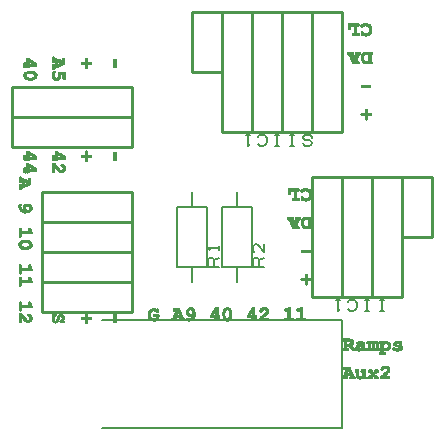
<source format=gbr>
%FSLAX23Y23*%
%MOIN*%
G04 EasyPC Gerber Version 18.0.1 Build 3581 *
%ADD10C,0.00100*%
%ADD12C,0.00500*%
%ADD13C,0.00600*%
%ADD11C,0.01000*%
X0Y0D02*
D02*
D10*
X88Y848D02*
Y864D01*
X84Y865*
Y864*
Y861*
X83Y860*
X80Y859*
X78Y860*
X77Y861*
Y864*
Y873*
Y875*
X78Y877*
X80Y878*
X83Y877*
X84Y875*
Y873*
X109Y864*
Y868*
Y871*
X110Y872*
X112Y873*
X115Y872*
X116Y871*
Y868*
Y852*
X84Y838*
Y836*
X83Y835*
X82Y834*
X80*
X78Y834*
X77Y836*
Y838*
Y848*
Y850*
X78Y852*
X80Y853*
X83Y852*
X84Y850*
Y848*
Y846*
X88Y848*
X95Y851D02*
X107Y856D01*
X95Y861*
Y851*
X94Y764D02*
X91Y769D01*
X90Y774*
X91Y778*
X94Y783*
X100Y786*
X105Y787*
X110Y786*
X115Y784*
X119Y779*
X120Y773*
X119Y768*
X117Y764*
X114Y761*
X108Y759*
X103Y758*
X97Y757*
X93Y758*
X88Y760*
X84Y762*
X81Y765*
X77Y772*
X76Y779*
X77Y783*
X78Y786*
X79Y786*
X81Y787*
X84Y786*
X85Y784*
X84Y782*
X83Y779*
X84Y775*
X86Y770*
X90Y766*
X94Y764*
X105Y765D02*
X108Y767D01*
X112Y768*
X112Y771*
X113Y773*
X112Y776*
X111Y778*
X108Y779*
X105Y780*
X102Y779*
X100Y778*
X98Y776*
X97Y774*
X98Y771*
X99Y769*
X101Y767*
X105Y765*
X120Y688D02*
X84D01*
Y681*
Y678*
X83Y677*
X80Y676*
X78Y677*
X77Y678*
Y681*
Y702*
Y704*
X78Y706*
X80Y707*
X83Y706*
X84Y704*
Y702*
Y695*
X112*
X109Y701*
Y704*
X110Y706*
X113Y707*
X115Y706*
X115Y705*
X116Y703*
X120Y688*
X102Y636D02*
X94D01*
X88Y637*
X82Y640*
X78Y645*
X76Y651*
Y655*
X78Y658*
X80Y660*
X84Y664*
X90Y665*
X94Y666*
X102*
X108Y665*
X114Y662*
X119Y657*
X120Y651*
X119Y647*
X119Y644*
X115Y641*
X112Y638*
X107Y637*
X102Y636*
X101Y643D02*
X107Y644D01*
X111Y646*
X112Y648*
X113Y651*
X112Y653*
X111Y656*
X107Y658*
X101Y659*
X94*
X90Y658*
X86Y656*
X84Y653*
X83Y651*
X84Y648*
X86Y646*
X90Y644*
X94Y643*
X101*
X120Y565D02*
X84D01*
Y558*
Y556*
X83Y554*
X80Y553*
X78Y554*
X77Y556*
Y558*
Y579*
Y582*
X78Y583*
X80Y584*
X83Y583*
X84Y582*
Y579*
Y572*
X112*
X109Y578*
Y581*
X110Y583*
X113Y584*
X115Y583*
X115Y582*
X116Y580*
X120Y565*
Y524D02*
X84D01*
Y517*
Y515*
X83Y513*
X80Y512*
X78Y513*
X77Y515*
Y517*
Y538*
Y541*
X78Y542*
X80Y543*
X83Y542*
X84Y541*
Y538*
Y531*
X112*
X109Y538*
Y540*
X110Y542*
X113Y543*
X115Y542*
X115Y541*
X116Y539*
X120Y524*
Y442D02*
X84D01*
Y435*
Y433*
X83Y431*
X80Y430*
X78Y431*
X77Y433*
Y435*
Y456*
Y459*
X78Y460*
X80Y461*
X83Y460*
X84Y459*
Y456*
Y449*
X112*
X109Y456*
Y458*
X110Y460*
X113Y461*
X115Y460*
X115Y460*
X116Y457*
X120Y442*
X84Y412D02*
Y397D01*
X85Y394*
X84Y392*
X80Y391*
X77*
Y422*
X85*
X91Y414*
X97Y408*
X101Y403*
X103Y400*
X105Y399*
X107Y398*
X109Y399*
X112Y401*
X112Y403*
X113Y405*
X112Y408*
X111Y412*
X108Y413*
X106Y415*
X105Y416*
X106Y419*
X108Y420*
X111Y419*
X113Y419*
X116Y416*
X119Y413*
X119Y409*
X120Y405*
X119Y400*
X116Y395*
X112Y392*
X107Y391*
X102Y392*
X99Y394*
X95Y398*
X93Y400*
X91Y403*
X88Y407*
X84Y412*
X77Y392D02*
X83D01*
X103D02*
X111D01*
X77Y393D02*
X84D01*
X101D02*
X113D01*
X77Y394D02*
X85D01*
X100D02*
X114D01*
X77Y395D02*
X85D01*
X99D02*
X116D01*
X77Y395D02*
X84D01*
X98D02*
X117D01*
X77Y396D02*
X84D01*
X97D02*
X117D01*
X77Y397D02*
X84D01*
X96D02*
X118D01*
X77Y398D02*
X84D01*
X95D02*
X107D01*
X107D02*
X118D01*
X77Y399D02*
X84D01*
X94D02*
X105D01*
X110D02*
X119D01*
X77Y400D02*
X84D01*
X93D02*
X103D01*
X111D02*
X119D01*
X77Y401D02*
X84D01*
X92D02*
X102D01*
X112D02*
X120D01*
X77Y402D02*
X84D01*
X92D02*
X101D01*
X112D02*
X120D01*
X77Y403D02*
X84D01*
X91D02*
X101D01*
X112D02*
X120D01*
X77Y404D02*
X84D01*
X90D02*
X100D01*
X113D02*
X120D01*
X77Y405D02*
X84D01*
X90D02*
X99D01*
X113D02*
X120D01*
X77Y406D02*
X84D01*
X89D02*
X98D01*
X113D02*
X120D01*
X77Y407D02*
X84D01*
X88D02*
X97D01*
X113D02*
X120D01*
X77Y408D02*
X84D01*
X87D02*
X97D01*
X113D02*
X120D01*
X77Y409D02*
X84D01*
X86D02*
X96D01*
X112D02*
X120D01*
X77Y409D02*
X84D01*
X86D02*
X95D01*
X112D02*
X119D01*
X77Y410D02*
X84D01*
X85D02*
X94D01*
X111D02*
X119D01*
X77Y411D02*
X84D01*
X84D02*
X93D01*
X111D02*
X119D01*
X77Y412D02*
X92D01*
X109D02*
X119D01*
X77Y413D02*
X92D01*
X108D02*
X119D01*
X77Y414D02*
X91D01*
X107D02*
X118D01*
X77Y415D02*
X90D01*
X106D02*
X117D01*
X77Y416D02*
X89D01*
X105D02*
X116D01*
X77Y417D02*
X89D01*
X105D02*
X115D01*
X77Y418D02*
X88D01*
X106D02*
X114D01*
X77Y419D02*
X87D01*
X106D02*
X112D01*
X77Y420D02*
X86D01*
X107D02*
X110D01*
X77Y421D02*
X86D01*
X77Y422D02*
X85D01*
X78Y431D02*
X82D01*
X77Y432D02*
X84D01*
X77Y433D02*
X84D01*
X77Y434D02*
X84D01*
X77Y435D02*
X84D01*
X77Y436D02*
X84D01*
X77Y437D02*
X84D01*
X77Y438D02*
X84D01*
X77Y439D02*
X84D01*
X77Y439D02*
X84D01*
X77Y440D02*
X84D01*
X77Y441D02*
X84D01*
X77Y442D02*
X120D01*
X77Y443D02*
X120D01*
X77Y444D02*
X120D01*
X77Y445D02*
X119D01*
X77Y446D02*
X119D01*
X77Y447D02*
X119D01*
X77Y448D02*
X119D01*
X77Y449D02*
X118D01*
X77Y450D02*
X84D01*
X111D02*
X118D01*
X77Y451D02*
X84D01*
X111D02*
X118D01*
X77Y452D02*
X84D01*
X111D02*
X118D01*
X77Y453D02*
X84D01*
X110D02*
X117D01*
X77Y454D02*
X84D01*
X110D02*
X117D01*
X77Y454D02*
X84D01*
X110D02*
X117D01*
X77Y455D02*
X84D01*
X109D02*
X117D01*
X77Y456D02*
X84D01*
X109D02*
X117D01*
X77Y457D02*
X84D01*
X109D02*
X116D01*
X77Y458D02*
X84D01*
X109D02*
X116D01*
X77Y459D02*
X84D01*
X110D02*
X116D01*
X78Y460D02*
X83D01*
X110D02*
X115D01*
X80Y461D02*
X81D01*
X113D02*
X113D01*
X79Y513D02*
X81D01*
X78Y514D02*
X83D01*
X77Y514D02*
X84D01*
X77Y515D02*
X84D01*
X77Y516D02*
X84D01*
X77Y517D02*
X84D01*
X77Y518D02*
X84D01*
X77Y519D02*
X84D01*
X77Y520D02*
X84D01*
X77Y521D02*
X84D01*
X77Y522D02*
X84D01*
X77Y523D02*
X84D01*
X77Y524D02*
X84D01*
X77Y525D02*
X120D01*
X77Y526D02*
X120D01*
X77Y527D02*
X120D01*
X77Y528D02*
X119D01*
X77Y528D02*
X119D01*
X77Y529D02*
X119D01*
X77Y530D02*
X119D01*
X77Y531D02*
X84D01*
X112D02*
X118D01*
X77Y532D02*
X84D01*
X111D02*
X118D01*
X77Y533D02*
X84D01*
X111D02*
X118D01*
X77Y534D02*
X84D01*
X110D02*
X118D01*
X77Y535D02*
X84D01*
X110D02*
X117D01*
X77Y536D02*
X84D01*
X110D02*
X117D01*
X77Y537D02*
X84D01*
X109D02*
X117D01*
X77Y538D02*
X84D01*
X109D02*
X117D01*
X77Y539D02*
X84D01*
X109D02*
X116D01*
X77Y540D02*
X84D01*
X109D02*
X116D01*
X77Y541D02*
X84D01*
X109D02*
X116D01*
X77Y542D02*
X84D01*
X110D02*
X115D01*
X79Y543D02*
X82D01*
X111D02*
X114D01*
X79Y554D02*
X82D01*
X77Y555D02*
X84D01*
X77Y556D02*
X84D01*
X77Y557D02*
X84D01*
X77Y558D02*
X84D01*
X77Y558D02*
X84D01*
X77Y559D02*
X84D01*
X77Y560D02*
X84D01*
X77Y561D02*
X84D01*
X77Y562D02*
X84D01*
X77Y563D02*
X84D01*
X77Y564D02*
X84D01*
X77Y565D02*
X84D01*
X77Y566D02*
X120D01*
X77Y567D02*
X120D01*
X77Y568D02*
X119D01*
X77Y569D02*
X119D01*
X77Y570D02*
X119D01*
X77Y571D02*
X119D01*
X77Y572D02*
X119D01*
X77Y573D02*
X84D01*
X111D02*
X118D01*
X77Y573D02*
X84D01*
X111D02*
X118D01*
X77Y574D02*
X84D01*
X111D02*
X118D01*
X77Y575D02*
X84D01*
X110D02*
X118D01*
X77Y576D02*
X84D01*
X110D02*
X117D01*
X77Y577D02*
X84D01*
X110D02*
X117D01*
X77Y578D02*
X84D01*
X109D02*
X117D01*
X77Y579D02*
X84D01*
X109D02*
X117D01*
X77Y580D02*
X84D01*
X109D02*
X116D01*
X77Y581D02*
X84D01*
X109D02*
X116D01*
X77Y582D02*
X84D01*
X110D02*
X116D01*
X78Y583D02*
X83D01*
X110D02*
X115D01*
X79Y584D02*
X81D01*
X112D02*
X114D01*
X92Y636D02*
X104D01*
X87Y637D02*
X108D01*
X85Y638D02*
X111D01*
X83Y639D02*
X112D01*
X82Y640D02*
X114D01*
X81Y641D02*
X115D01*
X80Y642D02*
X116D01*
X79Y643D02*
X117D01*
X78Y644D02*
X90D01*
X106D02*
X119D01*
X78Y645D02*
X88D01*
X108D02*
X119D01*
X77Y646D02*
X87D01*
X110D02*
X119D01*
X77Y647D02*
X85D01*
X111D02*
X119D01*
X77Y647D02*
X84D01*
X112D02*
X120D01*
X77Y648D02*
X84D01*
X113D02*
X120D01*
X77Y649D02*
X84D01*
X113D02*
X120D01*
X76Y650D02*
X83D01*
X113D02*
X120D01*
X76Y651D02*
X83D01*
X113D02*
X120D01*
X76Y652D02*
X84D01*
X113D02*
X120D01*
X76Y653D02*
X84D01*
X112D02*
X120D01*
X76Y654D02*
X85D01*
X112D02*
X119D01*
X76Y655D02*
X85D01*
X111D02*
X119D01*
X77Y656D02*
X86D01*
X110D02*
X119D01*
X77Y657D02*
X88D01*
X109D02*
X119D01*
X78Y658D02*
X89D01*
X107D02*
X118D01*
X78Y659D02*
X94D01*
X102D02*
X117D01*
X79Y660D02*
X116D01*
X80Y661D02*
X115D01*
X82Y662D02*
X114D01*
X83Y662D02*
X113D01*
X84Y663D02*
X111D01*
X87Y664D02*
X110D01*
X91Y665D02*
X107D01*
X79Y677D02*
X82D01*
X77Y677D02*
X83D01*
X77Y678D02*
X84D01*
X77Y679D02*
X84D01*
X77Y680D02*
X84D01*
X77Y681D02*
X84D01*
X77Y682D02*
X84D01*
X77Y683D02*
X84D01*
X77Y684D02*
X84D01*
X77Y685D02*
X84D01*
X77Y686D02*
X84D01*
X77Y687D02*
X84D01*
X77Y688D02*
X84D01*
X77Y689D02*
X120D01*
X77Y690D02*
X120D01*
X77Y691D02*
X120D01*
X77Y692D02*
X119D01*
X77Y692D02*
X119D01*
X77Y693D02*
X119D01*
X77Y694D02*
X119D01*
X77Y695D02*
X84D01*
X111D02*
X118D01*
X77Y696D02*
X84D01*
X111D02*
X118D01*
X77Y697D02*
X84D01*
X111D02*
X118D01*
X77Y698D02*
X84D01*
X110D02*
X118D01*
X77Y699D02*
X84D01*
X110D02*
X117D01*
X77Y700D02*
X84D01*
X110D02*
X117D01*
X77Y701D02*
X84D01*
X109D02*
X117D01*
X77Y702D02*
X84D01*
X109D02*
X117D01*
X77Y703D02*
X84D01*
X109D02*
X116D01*
X77Y704D02*
X84D01*
X109D02*
X116D01*
X77Y705D02*
X84D01*
X110D02*
X116D01*
X77Y706D02*
X83D01*
X110D02*
X115D01*
X79Y707D02*
X81D01*
X112D02*
X114D01*
X93Y758D02*
X103D01*
X90Y759D02*
X109D01*
X87Y760D02*
X111D01*
X86Y761D02*
X113D01*
X84Y762D02*
X115D01*
X83Y763D02*
X116D01*
X82Y764D02*
X116D01*
X81Y765D02*
X93D01*
X94D02*
X117D01*
X81Y766D02*
X91D01*
X93D02*
X104D01*
X106D02*
X118D01*
X80Y766D02*
X89D01*
X93D02*
X102D01*
X108D02*
X118D01*
X80Y767D02*
X88D01*
X92D02*
X101D01*
X110D02*
X119D01*
X79Y768D02*
X88D01*
X92D02*
X100D01*
X112D02*
X119D01*
X79Y769D02*
X87D01*
X91D02*
X99D01*
X112D02*
X120D01*
X78Y770D02*
X86D01*
X91D02*
X99D01*
X112D02*
X120D01*
X77Y771D02*
X86D01*
X91D02*
X98D01*
X113D02*
X120D01*
X77Y772D02*
X85D01*
X91D02*
X98D01*
X113D02*
X120D01*
X77Y773D02*
X85D01*
X90D02*
X98D01*
X113D02*
X120D01*
X77Y774D02*
X84D01*
X90D02*
X97D01*
X113D02*
X120D01*
X77Y775D02*
X84D01*
X90D02*
X98D01*
X113D02*
X120D01*
X77Y776D02*
X84D01*
X91D02*
X98D01*
X112D02*
X119D01*
X76Y777D02*
X84D01*
X91D02*
X99D01*
X112D02*
X119D01*
X76Y778D02*
X83D01*
X91D02*
X100D01*
X111D02*
X119D01*
X76Y779D02*
X83D01*
X91D02*
X101D01*
X109D02*
X119D01*
X76Y780D02*
X83D01*
X92D02*
X103D01*
X107D02*
X118D01*
X76Y781D02*
X84D01*
X92D02*
X118D01*
X77Y781D02*
X84D01*
X93D02*
X117D01*
X77Y782D02*
X84D01*
X94D02*
X116D01*
X77Y783D02*
X85D01*
X94D02*
X115D01*
X77Y784D02*
X85D01*
X96D02*
X114D01*
X78Y785D02*
X84D01*
X98D02*
X112D01*
X79Y786D02*
X84D01*
X99D02*
X110D01*
X81Y787D02*
X81D01*
X105D02*
X105D01*
X79Y834D02*
X82D01*
X77Y835D02*
X83D01*
X77Y836D02*
X84D01*
X77Y837D02*
X84D01*
X77Y838D02*
X84D01*
X77Y839D02*
X85D01*
X77Y840D02*
X87D01*
X77Y841D02*
X89D01*
X77Y841D02*
X92D01*
X77Y842D02*
X94D01*
X77Y843D02*
X96D01*
X77Y844D02*
X98D01*
X77Y845D02*
X101D01*
X77Y846D02*
X103D01*
X77Y847D02*
X84D01*
X86D02*
X105D01*
X77Y848D02*
X84D01*
X88D02*
X107D01*
X77Y849D02*
X84D01*
X88D02*
X110D01*
X77Y850D02*
X84D01*
X88D02*
X112D01*
X77Y851D02*
X84D01*
X88D02*
X114D01*
X78Y852D02*
X83D01*
X88D02*
X95D01*
X97D02*
X116D01*
X88Y853D02*
X95D01*
X99D02*
X116D01*
X88Y854D02*
X95D01*
X102D02*
X116D01*
X88Y855D02*
X95D01*
X104D02*
X116D01*
X88Y856D02*
X95D01*
X106D02*
X116D01*
X88Y856D02*
X95D01*
X105D02*
X116D01*
X88Y857D02*
X95D01*
X103D02*
X116D01*
X88Y858D02*
X95D01*
X101D02*
X116D01*
X79Y859D02*
X82D01*
X88D02*
X95D01*
X99D02*
X116D01*
X77Y860D02*
X84D01*
X88D02*
X95D01*
X97D02*
X116D01*
X77Y861D02*
X84D01*
X88D02*
X95D01*
X95D02*
X116D01*
X77Y862D02*
X84D01*
X88D02*
X116D01*
X77Y863D02*
X84D01*
X88D02*
X116D01*
X77Y864D02*
X84D01*
X87D02*
X108D01*
X109D02*
X116D01*
X77Y865D02*
X84D01*
X85D02*
X106D01*
X109D02*
X116D01*
X77Y866D02*
X103D01*
X109D02*
X116D01*
X77Y867D02*
X101D01*
X109D02*
X116D01*
X77Y868D02*
X98D01*
X109D02*
X116D01*
X77Y869D02*
X96D01*
X109D02*
X116D01*
X77Y870D02*
X93D01*
X109D02*
X116D01*
X77Y871D02*
X91D01*
X109D02*
X116D01*
X77Y871D02*
X88D01*
X110D02*
X116D01*
X77Y872D02*
X86D01*
X111D02*
X115D01*
X77Y873D02*
X84D01*
X77Y874D02*
X84D01*
X77Y875D02*
X84D01*
X77Y876D02*
X84D01*
X78Y877D02*
X83D01*
X393Y391D02*
Y420D01*
X401*
Y391*
X393*
Y391D02*
X401D01*
X393Y392D02*
X401D01*
X393Y393D02*
X401D01*
X393Y394D02*
X401D01*
X393Y395D02*
X401D01*
X393Y396D02*
X401D01*
X393Y397D02*
X401D01*
X393Y398D02*
X401D01*
X393Y399D02*
X401D01*
X393Y400D02*
X401D01*
X393Y401D02*
X401D01*
X393Y402D02*
X401D01*
X393Y403D02*
X401D01*
X393Y404D02*
X401D01*
X393Y405D02*
X401D01*
X393Y406D02*
X401D01*
X393Y406D02*
X401D01*
X393Y407D02*
X401D01*
X393Y408D02*
X401D01*
X393Y409D02*
X401D01*
X393Y410D02*
X401D01*
X393Y411D02*
X401D01*
X393Y412D02*
X401D01*
X393Y413D02*
X401D01*
X393Y414D02*
X401D01*
X393Y415D02*
X401D01*
X393Y416D02*
X401D01*
X393Y417D02*
X401D01*
X393Y418D02*
X401D01*
X393Y419D02*
X401D01*
X393Y420D02*
X401D01*
X298Y402D02*
X288D01*
X285Y403*
X284Y405*
X285Y408*
X288Y409*
X298*
Y418*
X299Y422*
X301Y423*
X304Y422*
X305Y418*
Y409*
X315*
X319Y408*
X319Y405*
X319Y403*
X315Y402*
X305*
Y392*
X304Y388*
X301Y388*
X299Y388*
X298Y392*
Y402*
X301Y388D02*
X302D01*
X299Y389D02*
X305D01*
X299Y390D02*
X305D01*
X299Y391D02*
X305D01*
X298Y391D02*
X305D01*
X298Y392D02*
X305D01*
X298Y393D02*
X305D01*
X298Y394D02*
X305D01*
X298Y395D02*
X305D01*
X298Y396D02*
X305D01*
X298Y397D02*
X305D01*
X298Y398D02*
X305D01*
X298Y399D02*
X305D01*
X298Y400D02*
X305D01*
X298Y401D02*
X305D01*
X288Y402D02*
X316D01*
X285Y403D02*
X319D01*
X284Y404D02*
X319D01*
X284Y405D02*
X319D01*
X284Y406D02*
X319D01*
X284Y406D02*
X319D01*
X285Y407D02*
X319D01*
X286Y408D02*
X317D01*
X298Y409D02*
X305D01*
X298Y410D02*
X305D01*
X298Y411D02*
X305D01*
X298Y412D02*
X305D01*
X298Y413D02*
X305D01*
X298Y414D02*
X305D01*
X298Y415D02*
X305D01*
X298Y416D02*
X305D01*
X298Y417D02*
X305D01*
X298Y418D02*
X305D01*
X298Y419D02*
X305D01*
X298Y420D02*
X305D01*
X299Y421D02*
X305D01*
X299Y421D02*
X305D01*
X300Y422D02*
X304D01*
X190Y414D02*
X188Y416D01*
Y417*
X189Y421*
X190Y421*
X193*
X197*
X201Y421*
X201Y417*
X201Y416*
X199Y414*
X197Y414*
X195Y410*
X194Y406*
X195Y402*
X196Y399*
X197Y397*
X199*
X201Y398*
X203Y400*
X204Y403*
X204Y406*
X205Y410*
X207Y414*
X211Y418*
X213Y419*
X216Y420*
X221Y419*
X224Y416*
X227Y412*
X228Y406*
X227Y403*
X225Y399*
X227Y397*
X227Y395*
X227Y392*
X223Y391*
X218*
X214Y392*
X213Y395*
X214Y397*
X215Y399*
X218Y399*
X220Y402*
X221Y406*
X219Y411*
X218Y412*
X216Y413*
X214Y412*
X212Y410*
X212Y408*
X211Y404*
X209Y399*
X208Y396*
X204Y391*
X202Y391*
X199Y390*
X194Y391*
X191Y393*
X188Y398*
X187Y404*
X188Y410*
X190Y414*
X195Y391D02*
X201D01*
X193Y391D02*
X204D01*
X192Y392D02*
X205D01*
X214D02*
X227D01*
X191Y393D02*
X206D01*
X214D02*
X227D01*
X190Y394D02*
X207D01*
X213D02*
X227D01*
X190Y395D02*
X208D01*
X213D02*
X227D01*
X189Y396D02*
X208D01*
X214D02*
X227D01*
X188Y397D02*
X197D01*
X199D02*
X209D01*
X214D02*
X226D01*
X188Y398D02*
X196D01*
X201D02*
X209D01*
X215D02*
X225D01*
X188Y399D02*
X196D01*
X202D02*
X209D01*
X217D02*
X225D01*
X188Y400D02*
X195D01*
X203D02*
X209D01*
X218D02*
X226D01*
X188Y401D02*
X195D01*
X203D02*
X210D01*
X219D02*
X226D01*
X187Y402D02*
X195D01*
X203D02*
X210D01*
X220D02*
X227D01*
X187Y403D02*
X195D01*
X204D02*
X210D01*
X220D02*
X227D01*
X187Y404D02*
X195D01*
X204D02*
X211D01*
X221D02*
X228D01*
X187Y405D02*
X194D01*
X204D02*
X211D01*
X221D02*
X228D01*
X187Y406D02*
X194D01*
X204D02*
X211D01*
X221D02*
X228D01*
X187Y406D02*
X194D01*
X205D02*
X211D01*
X221D02*
X228D01*
X188Y407D02*
X195D01*
X205D02*
X211D01*
X221D02*
X228D01*
X188Y408D02*
X195D01*
X205D02*
X212D01*
X220D02*
X228D01*
X188Y409D02*
X195D01*
X205D02*
X212D01*
X220D02*
X228D01*
X188Y410D02*
X195D01*
X205D02*
X213D01*
X220D02*
X228D01*
X189Y411D02*
X196D01*
X206D02*
X213D01*
X219D02*
X227D01*
X189Y412D02*
X196D01*
X206D02*
X214D01*
X218D02*
X227D01*
X190Y413D02*
X197D01*
X207D02*
X226D01*
X190Y414D02*
X198D01*
X207D02*
X226D01*
X189Y415D02*
X200D01*
X208D02*
X225D01*
X188Y416D02*
X200D01*
X209D02*
X224D01*
X188Y417D02*
X201D01*
X210D02*
X223D01*
X188Y418D02*
X201D01*
X210D02*
X222D01*
X188Y419D02*
X201D01*
X212D02*
X221D01*
X188Y420D02*
X201D01*
X215D02*
X218D01*
X189Y421D02*
X201D01*
X393Y931D02*
Y960D01*
X401*
Y931*
X393*
Y932D02*
X401D01*
X393Y933D02*
X401D01*
X393Y934D02*
X401D01*
X393Y935D02*
X401D01*
X393Y936D02*
X401D01*
X393Y937D02*
X401D01*
X393Y938D02*
X401D01*
X393Y939D02*
X401D01*
X393Y939D02*
X401D01*
X393Y940D02*
X401D01*
X393Y941D02*
X401D01*
X393Y942D02*
X401D01*
X393Y943D02*
X401D01*
X393Y944D02*
X401D01*
X393Y945D02*
X401D01*
X393Y946D02*
X401D01*
X393Y947D02*
X401D01*
X393Y948D02*
X401D01*
X393Y949D02*
X401D01*
X393Y950D02*
X401D01*
X393Y951D02*
X401D01*
X393Y952D02*
X401D01*
X393Y953D02*
X401D01*
X393Y954D02*
X401D01*
X393Y954D02*
X401D01*
X393Y955D02*
X401D01*
X393Y956D02*
X401D01*
X393Y957D02*
X401D01*
X393Y958D02*
X401D01*
X393Y959D02*
X401D01*
X393Y960D02*
X401D01*
X298Y942D02*
X288D01*
X285Y943*
X284Y945*
X285Y949*
X288Y949*
X298*
Y959*
X299Y963*
X301Y964*
X304Y963*
X305Y959*
Y949*
X315*
X319Y949*
X319Y945*
X319Y943*
X315Y942*
X305*
Y933*
X304Y929*
X301Y928*
X299Y929*
X298Y933*
Y942*
X301Y928D02*
X302D01*
X299Y929D02*
X305D01*
X299Y930D02*
X305D01*
X299Y931D02*
X305D01*
X298Y932D02*
X305D01*
X298Y933D02*
X305D01*
X298Y934D02*
X305D01*
X298Y935D02*
X305D01*
X298Y936D02*
X305D01*
X298Y937D02*
X305D01*
X298Y938D02*
X305D01*
X298Y939D02*
X305D01*
X298Y939D02*
X305D01*
X298Y940D02*
X305D01*
X298Y941D02*
X305D01*
X288Y942D02*
X316D01*
X285Y943D02*
X319D01*
X284Y944D02*
X319D01*
X284Y945D02*
X319D01*
X284Y946D02*
X319D01*
X284Y947D02*
X319D01*
X285Y948D02*
X319D01*
X286Y949D02*
X317D01*
X298Y950D02*
X305D01*
X298Y951D02*
X305D01*
X298Y952D02*
X305D01*
X298Y953D02*
X305D01*
X298Y954D02*
X305D01*
X298Y954D02*
X305D01*
X298Y955D02*
X305D01*
X298Y956D02*
X305D01*
X298Y957D02*
X305D01*
X298Y958D02*
X305D01*
X298Y959D02*
X305D01*
X298Y960D02*
X305D01*
X299Y961D02*
X305D01*
X299Y962D02*
X305D01*
X300Y963D02*
X304D01*
X230Y936D02*
X204D01*
Y934*
X204Y932*
X201Y931*
X198Y932*
X197Y934*
Y936*
X195*
Y934*
X194Y932*
X191Y931*
X189Y932*
X188Y934*
Y936*
Y945*
Y948*
X189Y949*
X191Y950*
X194Y949*
X195Y948*
Y945*
Y943*
X197*
Y962*
X203*
X230Y945*
Y936*
X204Y943D02*
X221D01*
X204Y953*
Y943*
X195Y912D02*
Y897D01*
X196Y894*
X195Y892*
X191Y891*
X188*
Y922*
X196*
X202Y914*
X208Y908*
X212Y903*
X214Y900*
X216Y899*
X218Y898*
X220Y899*
X223Y901*
X223Y903*
X224Y905*
X223Y908*
X222Y912*
X219Y913*
X217Y915*
X216Y916*
X217Y919*
X219Y920*
X222Y919*
X224Y919*
X227Y916*
X230Y913*
X230Y909*
X231Y905*
X230Y900*
X227Y895*
X223Y892*
X218Y891*
X213Y892*
X210Y894*
X206Y898*
X204Y900*
X202Y903*
X199Y907*
X195Y912*
X188Y892D02*
X194D01*
X214D02*
X222D01*
X188Y893D02*
X195D01*
X212D02*
X224D01*
X188Y894D02*
X196D01*
X211D02*
X226D01*
X188Y895D02*
X196D01*
X210D02*
X227D01*
X188Y895D02*
X195D01*
X209D02*
X228D01*
X188Y896D02*
X195D01*
X208D02*
X228D01*
X188Y897D02*
X195D01*
X207D02*
X229D01*
X188Y898D02*
X195D01*
X206D02*
X218D01*
X218D02*
X229D01*
X188Y899D02*
X195D01*
X205D02*
X216D01*
X221D02*
X230D01*
X188Y900D02*
X195D01*
X204D02*
X214D01*
X222D02*
X231D01*
X188Y901D02*
X195D01*
X203D02*
X213D01*
X223D02*
X231D01*
X188Y902D02*
X195D01*
X203D02*
X212D01*
X223D02*
X231D01*
X188Y903D02*
X195D01*
X202D02*
X212D01*
X223D02*
X231D01*
X188Y904D02*
X195D01*
X201D02*
X211D01*
X224D02*
X231D01*
X188Y905D02*
X195D01*
X201D02*
X210D01*
X224D02*
X231D01*
X188Y906D02*
X195D01*
X200D02*
X209D01*
X224D02*
X231D01*
X188Y907D02*
X195D01*
X199D02*
X208D01*
X224D02*
X231D01*
X188Y908D02*
X195D01*
X198D02*
X208D01*
X224D02*
X231D01*
X188Y909D02*
X195D01*
X198D02*
X207D01*
X223D02*
X231D01*
X188Y910D02*
X195D01*
X197D02*
X206D01*
X223D02*
X230D01*
X188Y910D02*
X195D01*
X196D02*
X205D01*
X222D02*
X230D01*
X188Y911D02*
X195D01*
X195D02*
X204D01*
X222D02*
X230D01*
X188Y912D02*
X203D01*
X220D02*
X230D01*
X188Y913D02*
X203D01*
X219D02*
X230D01*
X188Y914D02*
X202D01*
X218D02*
X229D01*
X188Y915D02*
X201D01*
X217D02*
X228D01*
X188Y916D02*
X200D01*
X216D02*
X227D01*
X188Y917D02*
X200D01*
X216D02*
X226D01*
X188Y918D02*
X199D01*
X217D02*
X225D01*
X188Y919D02*
X198D01*
X217D02*
X223D01*
X188Y920D02*
X197D01*
X218D02*
X221D01*
X188Y921D02*
X197D01*
X188Y922D02*
X196D01*
X189Y932D02*
X194D01*
X198D02*
X204D01*
X188Y933D02*
X195D01*
X198D02*
X204D01*
X188Y934D02*
X195D01*
X197D02*
X204D01*
X188Y935D02*
X195D01*
X197D02*
X204D01*
X188Y936D02*
X195D01*
X197D02*
X204D01*
X188Y937D02*
X230D01*
X188Y938D02*
X230D01*
X188Y939D02*
X230D01*
X188Y939D02*
X230D01*
X188Y940D02*
X230D01*
X188Y941D02*
X230D01*
X188Y942D02*
X230D01*
X188Y943D02*
X195D01*
X197D02*
X204D01*
X221D02*
X230D01*
X188Y944D02*
X195D01*
X197D02*
X204D01*
X219D02*
X230D01*
X188Y945D02*
X195D01*
X197D02*
X204D01*
X218D02*
X230D01*
X188Y946D02*
X195D01*
X197D02*
X204D01*
X216D02*
X229D01*
X188Y947D02*
X195D01*
X197D02*
X204D01*
X215D02*
X228D01*
X188Y948D02*
X195D01*
X197D02*
X204D01*
X213D02*
X226D01*
X188Y949D02*
X194D01*
X197D02*
X204D01*
X212D02*
X225D01*
X190Y950D02*
X192D01*
X197D02*
X204D01*
X210D02*
X223D01*
X197Y951D02*
X204D01*
X209D02*
X222D01*
X197Y952D02*
X204D01*
X207D02*
X220D01*
X197Y953D02*
X204D01*
X206D02*
X218D01*
X197Y954D02*
X217D01*
X197Y954D02*
X215D01*
X197Y955D02*
X214D01*
X197Y956D02*
X212D01*
X197Y957D02*
X211D01*
X197Y958D02*
X209D01*
X197Y959D02*
X208D01*
X197Y960D02*
X206D01*
X197Y961D02*
X204D01*
X136Y936D02*
X110D01*
Y934*
X109Y932*
X106Y931*
X104Y932*
X103Y934*
Y936*
X101*
Y934*
X100Y932*
X97Y931*
X94Y932*
X93Y934*
Y936*
Y945*
Y948*
X94Y949*
X97Y950*
X100Y949*
X101Y948*
Y945*
Y943*
X103*
Y962*
X108*
X136Y945*
Y936*
X110Y943D02*
X127D01*
X110Y953*
Y943*
X136Y895D02*
X110D01*
Y893*
X109Y891*
X106Y890*
X104Y891*
X103Y893*
Y895*
X101*
Y893*
X100Y891*
X97Y890*
X94Y891*
X93Y893*
Y895*
Y904*
Y907*
X94Y908*
X97Y909*
X100Y908*
X101Y907*
Y904*
Y902*
X103*
Y921*
X108*
X136Y904*
Y895*
X110Y902D02*
X127D01*
X110Y912*
Y902*
X95Y891D02*
X99D01*
X105D02*
X108D01*
X94Y892D02*
X100D01*
X103D02*
X110D01*
X93Y893D02*
X101D01*
X103D02*
X110D01*
X93Y894D02*
X101D01*
X103D02*
X110D01*
X93Y895D02*
X101D01*
X103D02*
X110D01*
X93Y895D02*
X136D01*
X93Y896D02*
X136D01*
X93Y897D02*
X136D01*
X93Y898D02*
X136D01*
X93Y899D02*
X136D01*
X93Y900D02*
X136D01*
X93Y901D02*
X136D01*
X93Y902D02*
X136D01*
X93Y903D02*
X101D01*
X103D02*
X110D01*
X125D02*
X136D01*
X93Y904D02*
X101D01*
X103D02*
X110D01*
X124D02*
X136D01*
X93Y905D02*
X101D01*
X103D02*
X110D01*
X122D02*
X135D01*
X93Y906D02*
X101D01*
X103D02*
X110D01*
X121D02*
X134D01*
X93Y907D02*
X101D01*
X103D02*
X110D01*
X119D02*
X132D01*
X94Y908D02*
X100D01*
X103D02*
X110D01*
X118D02*
X131D01*
X95Y909D02*
X99D01*
X103D02*
X110D01*
X116D02*
X129D01*
X103Y910D02*
X110D01*
X115D02*
X128D01*
X103Y910D02*
X110D01*
X113D02*
X126D01*
X103Y911D02*
X110D01*
X112D02*
X124D01*
X103Y912D02*
X123D01*
X103Y913D02*
X121D01*
X103Y914D02*
X120D01*
X103Y915D02*
X118D01*
X103Y916D02*
X117D01*
X103Y917D02*
X115D01*
X103Y918D02*
X113D01*
X103Y919D02*
X112D01*
X103Y920D02*
X110D01*
X103Y921D02*
X109D01*
X94Y932D02*
X100D01*
X104D02*
X109D01*
X94Y933D02*
X100D01*
X103D02*
X110D01*
X93Y934D02*
X101D01*
X103D02*
X110D01*
X93Y935D02*
X101D01*
X103D02*
X110D01*
X93Y936D02*
X101D01*
X103D02*
X110D01*
X93Y937D02*
X136D01*
X93Y938D02*
X136D01*
X93Y939D02*
X136D01*
X93Y939D02*
X136D01*
X93Y940D02*
X136D01*
X93Y941D02*
X136D01*
X93Y942D02*
X136D01*
X93Y943D02*
X101D01*
X103D02*
X110D01*
X126D02*
X136D01*
X93Y944D02*
X101D01*
X103D02*
X110D01*
X125D02*
X136D01*
X93Y945D02*
X101D01*
X103D02*
X110D01*
X123D02*
X136D01*
X93Y946D02*
X101D01*
X103D02*
X110D01*
X122D02*
X135D01*
X93Y947D02*
X101D01*
X103D02*
X110D01*
X120D02*
X133D01*
X94Y948D02*
X100D01*
X103D02*
X110D01*
X119D02*
X132D01*
X94Y949D02*
X100D01*
X103D02*
X110D01*
X117D02*
X130D01*
X96Y950D02*
X98D01*
X103D02*
X110D01*
X116D02*
X129D01*
X103Y951D02*
X110D01*
X114D02*
X127D01*
X103Y952D02*
X110D01*
X113D02*
X126D01*
X103Y953D02*
X110D01*
X111D02*
X124D01*
X103Y954D02*
X122D01*
X103Y954D02*
X121D01*
X103Y955D02*
X119D01*
X103Y956D02*
X118D01*
X103Y957D02*
X116D01*
X103Y958D02*
X115D01*
X103Y959D02*
X113D01*
X103Y960D02*
X111D01*
X103Y961D02*
X110D01*
X393Y1241D02*
Y1270D01*
X401*
Y1241*
X393*
Y1241D02*
X401D01*
X393Y1242D02*
X401D01*
X393Y1243D02*
X401D01*
X393Y1244D02*
X401D01*
X393Y1245D02*
X401D01*
X393Y1246D02*
X401D01*
X393Y1247D02*
X401D01*
X393Y1248D02*
X401D01*
X393Y1249D02*
X401D01*
X393Y1250D02*
X401D01*
X393Y1251D02*
X401D01*
X393Y1252D02*
X401D01*
X393Y1253D02*
X401D01*
X393Y1254D02*
X401D01*
X393Y1255D02*
X401D01*
X393Y1256D02*
X401D01*
X393Y1256D02*
X401D01*
X393Y1257D02*
X401D01*
X393Y1258D02*
X401D01*
X393Y1259D02*
X401D01*
X393Y1260D02*
X401D01*
X393Y1261D02*
X401D01*
X393Y1262D02*
X401D01*
X393Y1263D02*
X401D01*
X393Y1264D02*
X401D01*
X393Y1265D02*
X401D01*
X393Y1266D02*
X401D01*
X393Y1267D02*
X401D01*
X393Y1268D02*
X401D01*
X393Y1269D02*
X401D01*
X393Y1270D02*
X401D01*
X298Y1252D02*
X288D01*
X285Y1252*
X284Y1255*
X285Y1258*
X288Y1259*
X298*
Y1268*
X299Y1272*
X301Y1273*
X304Y1272*
X305Y1268*
Y1259*
X315*
X319Y1258*
X319Y1255*
X319Y1252*
X315Y1252*
X305*
Y1242*
X304Y1238*
X301Y1238*
X299Y1238*
X298Y1242*
Y1252*
X301Y1238D02*
X302D01*
X299Y1239D02*
X305D01*
X299Y1240D02*
X305D01*
X299Y1241D02*
X305D01*
X298Y1241D02*
X305D01*
X298Y1242D02*
X305D01*
X298Y1243D02*
X305D01*
X298Y1244D02*
X305D01*
X298Y1245D02*
X305D01*
X298Y1246D02*
X305D01*
X298Y1247D02*
X305D01*
X298Y1248D02*
X305D01*
X298Y1249D02*
X305D01*
X298Y1250D02*
X305D01*
X298Y1251D02*
X305D01*
X288Y1252D02*
X316D01*
X285Y1253D02*
X319D01*
X284Y1254D02*
X319D01*
X284Y1255D02*
X319D01*
X284Y1256D02*
X319D01*
X284Y1256D02*
X319D01*
X285Y1257D02*
X319D01*
X286Y1258D02*
X317D01*
X298Y1259D02*
X305D01*
X298Y1260D02*
X305D01*
X298Y1261D02*
X305D01*
X298Y1262D02*
X305D01*
X298Y1263D02*
X305D01*
X298Y1264D02*
X305D01*
X298Y1265D02*
X305D01*
X298Y1266D02*
X305D01*
X298Y1267D02*
X305D01*
X298Y1268D02*
X305D01*
X298Y1269D02*
X305D01*
X298Y1270D02*
X305D01*
X299Y1271D02*
X305D01*
X299Y1271D02*
X305D01*
X300Y1272D02*
X304D01*
X199Y1248D02*
Y1264D01*
X195Y1265*
Y1264*
Y1261*
X194Y1260*
X191Y1259*
X189Y1260*
X188Y1261*
Y1264*
Y1273*
Y1275*
X189Y1277*
X191Y1278*
X194Y1277*
X195Y1275*
Y1273*
X220Y1264*
Y1268*
Y1271*
X221Y1272*
X223Y1273*
X227Y1272*
X227Y1271*
Y1268*
Y1252*
X195Y1238*
Y1236*
X194Y1235*
X193Y1234*
X191*
X189Y1234*
X188Y1236*
Y1238*
Y1248*
Y1250*
X189Y1252*
X191Y1252*
X194Y1252*
X195Y1250*
Y1248*
Y1246*
X199Y1248*
X206Y1251D02*
X218Y1256D01*
X206Y1261*
Y1251*
X223Y1220D02*
X215D01*
X216Y1213*
X215Y1208*
X212Y1203*
X208Y1200*
X201Y1199*
X196Y1200*
X191Y1203*
X188Y1208*
X187Y1215*
X188Y1223*
X190Y1228*
X192Y1230*
X194Y1230*
X197Y1230*
X197Y1227*
X197Y1225*
X195Y1222*
X194Y1216*
Y1212*
X196Y1208*
X198Y1207*
X201Y1206*
X204Y1207*
X207Y1208*
X208Y1211*
X209Y1214*
X208Y1218*
X208Y1222*
X207Y1224*
X208Y1227*
X211Y1227*
X230*
Y1206*
Y1204*
X230Y1202*
X227Y1201*
X224Y1202*
X223Y1206*
Y1220*
X199Y1199D02*
X204D01*
X195Y1200D02*
X208D01*
X194Y1201D02*
X210D01*
X192Y1202D02*
X211D01*
X224D02*
X230D01*
X191Y1203D02*
X212D01*
X224D02*
X230D01*
X190Y1204D02*
X213D01*
X224D02*
X230D01*
X190Y1205D02*
X214D01*
X224D02*
X230D01*
X189Y1206D02*
X214D01*
X223D02*
X230D01*
X189Y1207D02*
X198D01*
X204D02*
X215D01*
X223D02*
X230D01*
X188Y1208D02*
X197D01*
X206D02*
X216D01*
X223D02*
X230D01*
X188Y1209D02*
X196D01*
X207D02*
X216D01*
X223D02*
X230D01*
X188Y1210D02*
X195D01*
X208D02*
X216D01*
X223D02*
X230D01*
X188Y1211D02*
X195D01*
X208D02*
X216D01*
X223D02*
X230D01*
X188Y1211D02*
X194D01*
X209D02*
X216D01*
X223D02*
X230D01*
X187Y1212D02*
X194D01*
X209D02*
X216D01*
X223D02*
X230D01*
X187Y1213D02*
X194D01*
X209D02*
X216D01*
X223D02*
X230D01*
X187Y1214D02*
X194D01*
X209D02*
X216D01*
X223D02*
X230D01*
X187Y1215D02*
X194D01*
X209D02*
X216D01*
X223D02*
X230D01*
X187Y1216D02*
X194D01*
X209D02*
X216D01*
X223D02*
X230D01*
X187Y1217D02*
X194D01*
X209D02*
X215D01*
X223D02*
X230D01*
X187Y1218D02*
X194D01*
X208D02*
X215D01*
X223D02*
X230D01*
X188Y1219D02*
X195D01*
X208D02*
X215D01*
X223D02*
X230D01*
X188Y1220D02*
X195D01*
X208D02*
X215D01*
X223D02*
X230D01*
X188Y1221D02*
X195D01*
X208D02*
X230D01*
X188Y1222D02*
X195D01*
X208D02*
X230D01*
X188Y1223D02*
X195D01*
X207D02*
X230D01*
X188Y1224D02*
X196D01*
X207D02*
X230D01*
X189Y1225D02*
X196D01*
X207D02*
X230D01*
X189Y1226D02*
X197D01*
X207D02*
X230D01*
X190Y1226D02*
X197D01*
X208D02*
X230D01*
X190Y1227D02*
X197D01*
X191Y1228D02*
X197D01*
X191Y1229D02*
X197D01*
X194Y1230D02*
X195D01*
X190Y1234D02*
X193D01*
X188Y1235D02*
X194D01*
X188Y1236D02*
X195D01*
X188Y1237D02*
X195D01*
X188Y1238D02*
X195D01*
X188Y1239D02*
X196D01*
X188Y1240D02*
X198D01*
X188Y1241D02*
X200D01*
X188Y1241D02*
X203D01*
X188Y1242D02*
X205D01*
X188Y1243D02*
X207D01*
X188Y1244D02*
X209D01*
X188Y1245D02*
X212D01*
X188Y1246D02*
X214D01*
X188Y1247D02*
X195D01*
X197D02*
X216D01*
X188Y1248D02*
X195D01*
X199D02*
X218D01*
X188Y1249D02*
X195D01*
X199D02*
X221D01*
X188Y1250D02*
X195D01*
X199D02*
X223D01*
X188Y1251D02*
X195D01*
X199D02*
X225D01*
X189Y1252D02*
X194D01*
X199D02*
X206D01*
X208D02*
X227D01*
X199Y1253D02*
X206D01*
X210D02*
X227D01*
X199Y1254D02*
X206D01*
X213D02*
X227D01*
X199Y1255D02*
X206D01*
X215D02*
X227D01*
X199Y1256D02*
X206D01*
X218D02*
X227D01*
X199Y1256D02*
X206D01*
X216D02*
X227D01*
X199Y1257D02*
X206D01*
X214D02*
X227D01*
X199Y1258D02*
X206D01*
X212D02*
X227D01*
X190Y1259D02*
X193D01*
X199D02*
X206D01*
X210D02*
X227D01*
X188Y1260D02*
X195D01*
X199D02*
X206D01*
X208D02*
X227D01*
X188Y1261D02*
X195D01*
X199D02*
X206D01*
X206D02*
X227D01*
X188Y1262D02*
X195D01*
X199D02*
X227D01*
X188Y1263D02*
X195D01*
X199D02*
X227D01*
X188Y1264D02*
X195D01*
X198D02*
X219D01*
X220D02*
X227D01*
X188Y1265D02*
X195D01*
X196D02*
X217D01*
X220D02*
X227D01*
X188Y1266D02*
X214D01*
X220D02*
X227D01*
X188Y1267D02*
X212D01*
X220D02*
X227D01*
X188Y1268D02*
X209D01*
X220D02*
X227D01*
X188Y1269D02*
X207D01*
X220D02*
X227D01*
X188Y1270D02*
X204D01*
X220D02*
X227D01*
X188Y1271D02*
X202D01*
X220D02*
X227D01*
X188Y1271D02*
X199D01*
X221D02*
X227D01*
X188Y1272D02*
X197D01*
X222D02*
X226D01*
X188Y1273D02*
X195D01*
X188Y1274D02*
X195D01*
X188Y1275D02*
X195D01*
X188Y1276D02*
X195D01*
X189Y1277D02*
X194D01*
X136Y1245D02*
X110D01*
Y1243*
X109Y1241*
X106Y1241*
X104Y1241*
X103Y1243*
Y1245*
X101*
Y1243*
X100Y1241*
X97Y1241*
X94Y1241*
X93Y1243*
Y1245*
Y1255*
Y1257*
X94Y1259*
X97Y1260*
X100Y1259*
X101Y1257*
Y1255*
Y1252*
X103*
Y1271*
X108*
X136Y1255*
Y1245*
X110Y1252D02*
X127D01*
X110Y1263*
Y1252*
X119Y1200D02*
X111D01*
X104Y1201*
X98Y1204*
X94Y1208*
X93Y1215*
Y1219*
X94Y1222*
X97Y1224*
X101Y1227*
X106Y1229*
X111Y1230*
X119*
X125Y1229*
X130Y1226*
X135Y1221*
X137Y1215*
X136Y1211*
X135Y1208*
X132Y1205*
X128Y1202*
X123Y1201*
X119Y1200*
X118Y1207D02*
X123Y1208D01*
X127Y1210*
X129Y1212*
X130Y1215*
X129Y1217*
X127Y1219*
X123Y1222*
X118Y1223*
X111*
X106Y1222*
X102Y1219*
X101Y1217*
X100Y1215*
X101Y1212*
X102Y1210*
X106Y1208*
X111Y1207*
X118*
X107Y1200D02*
X122D01*
X103Y1201D02*
X125D01*
X101Y1202D02*
X128D01*
X99Y1203D02*
X129D01*
X98Y1204D02*
X130D01*
X97Y1205D02*
X132D01*
X96Y1206D02*
X133D01*
X96Y1207D02*
X134D01*
X95Y1208D02*
X106D01*
X124D02*
X135D01*
X94Y1209D02*
X104D01*
X125D02*
X135D01*
X94Y1210D02*
X103D01*
X127D02*
X136D01*
X94Y1211D02*
X102D01*
X128D02*
X136D01*
X93Y1211D02*
X101D01*
X129D02*
X136D01*
X93Y1212D02*
X100D01*
X129D02*
X136D01*
X93Y1213D02*
X100D01*
X129D02*
X136D01*
X93Y1214D02*
X100D01*
X130D02*
X137D01*
X93Y1215D02*
X100D01*
X129D02*
X137D01*
X93Y1216D02*
X100D01*
X129D02*
X136D01*
X93Y1217D02*
X101D01*
X129D02*
X136D01*
X93Y1218D02*
X101D01*
X128D02*
X136D01*
X93Y1219D02*
X102D01*
X128D02*
X136D01*
X93Y1220D02*
X103D01*
X127D02*
X135D01*
X94Y1221D02*
X104D01*
X125D02*
X135D01*
X94Y1222D02*
X106D01*
X123D02*
X134D01*
X95Y1223D02*
X133D01*
X96Y1224D02*
X133D01*
X97Y1225D02*
X132D01*
X98Y1226D02*
X131D01*
X99Y1226D02*
X129D01*
X101Y1227D02*
X128D01*
X104Y1228D02*
X126D01*
X108Y1229D02*
X122D01*
X94Y1241D02*
X100D01*
X104D02*
X109D01*
X94Y1242D02*
X100D01*
X103D02*
X110D01*
X93Y1243D02*
X101D01*
X103D02*
X110D01*
X93Y1244D02*
X101D01*
X103D02*
X110D01*
X93Y1245D02*
X101D01*
X103D02*
X110D01*
X93Y1246D02*
X136D01*
X93Y1247D02*
X136D01*
X93Y1248D02*
X136D01*
X93Y1249D02*
X136D01*
X93Y1250D02*
X136D01*
X93Y1251D02*
X136D01*
X93Y1252D02*
X136D01*
X93Y1253D02*
X101D01*
X103D02*
X110D01*
X126D02*
X136D01*
X93Y1254D02*
X101D01*
X103D02*
X110D01*
X125D02*
X136D01*
X93Y1255D02*
X101D01*
X103D02*
X110D01*
X123D02*
X136D01*
X93Y1256D02*
X101D01*
X103D02*
X110D01*
X122D02*
X135D01*
X93Y1256D02*
X101D01*
X103D02*
X110D01*
X120D02*
X133D01*
X94Y1257D02*
X100D01*
X103D02*
X110D01*
X119D02*
X132D01*
X94Y1258D02*
X100D01*
X103D02*
X110D01*
X117D02*
X130D01*
X96Y1259D02*
X98D01*
X103D02*
X110D01*
X116D02*
X129D01*
X103Y1260D02*
X110D01*
X114D02*
X127D01*
X103Y1261D02*
X110D01*
X113D02*
X126D01*
X103Y1262D02*
X110D01*
X111D02*
X124D01*
X103Y1263D02*
X122D01*
X103Y1264D02*
X121D01*
X103Y1265D02*
X119D01*
X103Y1266D02*
X118D01*
X103Y1267D02*
X116D01*
X103Y1268D02*
X115D01*
X103Y1269D02*
X113D01*
X103Y1270D02*
X111D01*
X103Y1271D02*
X110D01*
X543Y411D02*
Y401D01*
X539Y400*
X535Y398*
X528Y397*
X518Y399*
X513Y402*
X510Y404*
X509Y407*
X508Y411*
X507Y415*
Y419*
X508Y426*
X511Y431*
X514Y434*
X517Y437*
X521Y438*
X526Y438*
X531Y438*
X536Y435*
X537Y437*
X539Y438*
X542Y437*
X543Y433*
Y429*
Y427*
X541Y425*
X538Y424*
X536Y425*
X535Y427*
X534Y429*
X531Y430*
X526Y431*
X520Y430*
X517Y428*
X516Y426*
X515Y423*
X514Y419*
Y415*
X515Y410*
X517Y407*
X521Y405*
X527Y404*
X532*
X536Y406*
Y411*
X528*
X526*
X525Y412*
X524Y414*
X525Y417*
X526Y418*
X528*
X543*
X545Y417*
X546Y414*
X545Y412*
X543Y411*
X615Y409D02*
X599D01*
X598Y405*
X599*
X602*
X603Y404*
X604Y401*
X603Y399*
X602Y398*
X599*
X590*
X588*
X586Y399*
X585Y401*
X586Y404*
X588Y405*
X590*
X599Y430*
X595*
X592*
X591Y431*
X590Y434*
X591Y437*
X592Y438*
X595*
X611*
X625Y405*
X627*
X628Y404*
X629Y403*
Y401*
X628Y399*
X627Y398*
X625*
X615*
X613*
X611Y399*
X610Y401*
X611Y404*
X613Y405*
X615*
X617*
X615Y409*
X612Y416D02*
X607Y428D01*
X602Y416*
X612*
X658Y415D02*
X653Y412D01*
X648Y412*
X643Y412*
X639Y415*
X636Y421*
X635Y427*
X636Y431*
X638Y436*
X643Y440*
X649Y441*
X654Y441*
X658Y438*
X661Y435*
X663Y430*
X664Y424*
X665Y419*
X664Y414*
X662Y409*
X660Y405*
X657Y402*
X650Y398*
X643Y397*
X639Y398*
X636Y399*
X636Y401*
X635Y402*
X636Y405*
X638Y406*
X640Y405*
X643Y404*
X647Y405*
X652Y408*
X656Y411*
X658Y415*
X657Y427D02*
X655Y430D01*
X654Y433*
X651Y434*
X649Y434*
X646Y434*
X644Y432*
X643Y430*
X642Y427*
X643Y423*
X644Y421*
X646Y419*
X648Y419*
X651Y419*
X653Y420*
X655Y423*
X657Y427*
X740Y441D02*
Y415D01*
X743*
X744Y414*
X745Y411*
X744Y408*
X743Y408*
X740*
Y405*
X743*
X744Y404*
X745Y401*
X744Y399*
X743Y398*
X740*
X731*
X728*
X727Y399*
X726Y401*
X727Y404*
X728Y405*
X731*
X733*
Y408*
X714*
Y413*
X731Y441*
X740*
X733Y415D02*
Y431D01*
X723Y415*
X733*
X786Y423D02*
Y415D01*
X785Y409*
X782Y403*
X777Y399*
X771Y397*
X767*
X764Y399*
X762Y401*
X758Y405*
X757Y411*
X756Y415*
Y423*
X757Y430*
X760Y435*
X765Y440*
X771Y441*
X775Y441*
X778Y440*
X780Y437*
X784Y433*
X785Y428*
X786Y423*
X779Y423D02*
X778Y428D01*
X776Y432*
X774Y434*
X771Y434*
X769Y434*
X766Y432*
X764Y428*
X763Y423*
Y415*
X764Y411*
X766Y407*
X769Y405*
X771Y404*
X774Y405*
X776Y407*
X778Y411*
X779Y415*
Y423*
X863Y441D02*
Y415D01*
X865*
X867Y414*
X868Y411*
X867Y408*
X865Y408*
X863*
Y405*
X865*
X867Y404*
X868Y401*
X867Y399*
X865Y398*
X863*
X854*
X851*
X850Y399*
X849Y401*
X850Y404*
X851Y405*
X854*
X856*
Y408*
X837*
Y413*
X854Y441*
X863*
X856Y415D02*
Y431D01*
X846Y415*
X856*
X888Y405D02*
X903D01*
X905Y406*
X907Y405*
X908Y401*
Y398*
X877*
Y406*
X885Y412*
X891Y418*
X896Y422*
X899Y424*
X900Y427*
X901Y428*
X900Y430*
X899Y433*
X896Y434*
X894Y434*
X891Y434*
X888Y432*
X886Y429*
X884Y427*
X883Y427*
X880Y427*
X879Y430*
X880Y432*
X880Y434*
X883Y438*
X886Y440*
X890Y441*
X894Y441*
X899Y441*
X904Y438*
X907Y434*
X908Y428*
X907Y423*
X905Y420*
X901Y416*
X899Y415*
X896Y412*
X892Y409*
X888Y405*
X980Y441D02*
Y405D01*
X987*
X989*
X991Y404*
X991Y401*
X991Y399*
X989Y398*
X987*
X965*
X963*
X962Y399*
X961Y401*
X962Y404*
X963Y405*
X965*
X973*
Y433*
X966Y430*
X964*
X962Y431*
X961Y434*
X962Y436*
X962Y437*
X965Y438*
X980Y441*
X1021D02*
Y405D01*
X1028*
X1030*
X1032Y404*
X1032Y401*
X1032Y399*
X1030Y398*
X1028*
X1006*
X1004*
X1002Y399*
X1002Y401*
X1002Y404*
X1004Y405*
X1006*
X1014*
Y433*
X1007Y430*
X1005*
X1002Y431*
X1002Y434*
X1002Y436*
X1003Y437*
X1006Y438*
X1021Y441*
X526Y398D02*
X530D01*
X641D02*
X645D01*
X766D02*
X772D01*
X520Y399D02*
X536D01*
X587D02*
X603D01*
X612D02*
X628D01*
X637D02*
X651D01*
X728D02*
X744D01*
X765D02*
X776D01*
X850D02*
X866D01*
X877D02*
X908D01*
X962D02*
X990D01*
X1003D02*
X1031D01*
X517Y400D02*
X538D01*
X586D02*
X603D01*
X611D02*
X629D01*
X636D02*
X652D01*
X727D02*
X744D01*
X763D02*
X778D01*
X850D02*
X867D01*
X877D02*
X908D01*
X961D02*
X991D01*
X1002D02*
X1032D01*
X516Y400D02*
X541D01*
X585D02*
X604D01*
X611D02*
X629D01*
X636D02*
X654D01*
X726D02*
X745D01*
X762D02*
X779D01*
X849D02*
X868D01*
X877D02*
X908D01*
X961D02*
X991D01*
X1002D02*
X1032D01*
X514Y401D02*
X543D01*
X585D02*
X604D01*
X610D02*
X629D01*
X635D02*
X656D01*
X726D02*
X745D01*
X761D02*
X780D01*
X849D02*
X868D01*
X877D02*
X908D01*
X961D02*
X991D01*
X1002D02*
X1032D01*
X512Y402D02*
X543D01*
X585D02*
X604D01*
X611D02*
X629D01*
X635D02*
X657D01*
X726D02*
X745D01*
X761D02*
X781D01*
X849D02*
X868D01*
X877D02*
X908D01*
X961D02*
X991D01*
X1002D02*
X1032D01*
X511Y403D02*
X543D01*
X586D02*
X604D01*
X611D02*
X629D01*
X635D02*
X658D01*
X727D02*
X745D01*
X760D02*
X782D01*
X849D02*
X867D01*
X877D02*
X908D01*
X961D02*
X991D01*
X1002D02*
X1032D01*
X510Y404D02*
X543D01*
X586D02*
X603D01*
X611D02*
X628D01*
X635D02*
X659D01*
X727D02*
X744D01*
X759D02*
X783D01*
X850D02*
X867D01*
X877D02*
X907D01*
X961D02*
X991D01*
X1002D02*
X1032D01*
X510Y405D02*
X522D01*
X533D02*
X543D01*
X587D02*
X602D01*
X613D02*
X627D01*
X636D02*
X641D01*
X647D02*
X660D01*
X728D02*
X743D01*
X758D02*
X769D01*
X774D02*
X783D01*
X851D02*
X866D01*
X877D02*
X907D01*
X963D02*
X989D01*
X1004D02*
X1030D01*
X509Y406D02*
X519D01*
X536D02*
X543D01*
X590D02*
X598D01*
X616D02*
X624D01*
X649D02*
X660D01*
X733D02*
X740D01*
X758D02*
X767D01*
X775D02*
X784D01*
X856D02*
X863D01*
X877D02*
X889D01*
X973D02*
X980D01*
X1014D02*
X1021D01*
X509Y407D02*
X517D01*
X536D02*
X543D01*
X591D02*
X598D01*
X616D02*
X624D01*
X651D02*
X661D01*
X733D02*
X740D01*
X758D02*
X766D01*
X776D02*
X784D01*
X856D02*
X863D01*
X879D02*
X890D01*
X973D02*
X980D01*
X1014D02*
X1021D01*
X509Y408D02*
X517D01*
X536D02*
X543D01*
X591D02*
X599D01*
X616D02*
X623D01*
X653D02*
X662D01*
X714D02*
X743D01*
X758D02*
X766D01*
X776D02*
X785D01*
X837D02*
X866D01*
X880D02*
X891D01*
X973D02*
X980D01*
X1014D02*
X1021D01*
X508Y409D02*
X516D01*
X536D02*
X543D01*
X591D02*
X599D01*
X615D02*
X623D01*
X654D02*
X662D01*
X714D02*
X744D01*
X757D02*
X765D01*
X777D02*
X785D01*
X837D02*
X867D01*
X881D02*
X892D01*
X973D02*
X980D01*
X1014D02*
X1021D01*
X508Y410D02*
X515D01*
X536D02*
X543D01*
X592D02*
X623D01*
X655D02*
X663D01*
X714D02*
X745D01*
X757D02*
X764D01*
X778D02*
X785D01*
X837D02*
X868D01*
X882D02*
X893D01*
X973D02*
X980D01*
X1014D02*
X1021D01*
X508Y411D02*
X515D01*
X526D02*
X543D01*
X592D02*
X622D01*
X656D02*
X663D01*
X714D02*
X745D01*
X757D02*
X764D01*
X778D02*
X785D01*
X837D02*
X868D01*
X883D02*
X894D01*
X973D02*
X980D01*
X1014D02*
X1021D01*
X508Y412D02*
X515D01*
X524D02*
X545D01*
X592D02*
X622D01*
X647D02*
X649D01*
X656D02*
X663D01*
X714D02*
X745D01*
X757D02*
X764D01*
X778D02*
X785D01*
X837D02*
X868D01*
X884D02*
X895D01*
X973D02*
X980D01*
X1014D02*
X1021D01*
X508Y413D02*
X515D01*
X524D02*
X545D01*
X593D02*
X621D01*
X643D02*
X653D01*
X657D02*
X664D01*
X714D02*
X745D01*
X757D02*
X764D01*
X778D02*
X786D01*
X837D02*
X867D01*
X886D02*
X897D01*
X973D02*
X980D01*
X1014D02*
X1021D01*
X507Y414D02*
X514D01*
X524D02*
X546D01*
X593D02*
X621D01*
X642D02*
X655D01*
X657D02*
X664D01*
X715D02*
X744D01*
X756D02*
X763D01*
X779D02*
X786D01*
X837D02*
X867D01*
X887D02*
X898D01*
X973D02*
X980D01*
X1014D02*
X1021D01*
X507Y415D02*
X514D01*
X524D02*
X546D01*
X593D02*
X621D01*
X640D02*
X656D01*
X657D02*
X664D01*
X715D02*
X743D01*
X756D02*
X763D01*
X779D02*
X786D01*
X838D02*
X866D01*
X888D02*
X899D01*
X973D02*
X980D01*
X1014D02*
X1021D01*
X507Y415D02*
X514D01*
X524D02*
X545D01*
X594D02*
X620D01*
X639D02*
X664D01*
X716D02*
X723D01*
X733D02*
X740D01*
X756D02*
X763D01*
X779D02*
X786D01*
X839D02*
X846D01*
X856D02*
X863D01*
X889D02*
X900D01*
X973D02*
X980D01*
X1014D02*
X1021D01*
X507Y416D02*
X514D01*
X524D02*
X545D01*
X594D02*
X602D01*
X612D02*
X620D01*
X638D02*
X664D01*
X716D02*
X724D01*
X733D02*
X740D01*
X756D02*
X763D01*
X779D02*
X786D01*
X839D02*
X847D01*
X856D02*
X863D01*
X890D02*
X901D01*
X973D02*
X980D01*
X1014D02*
X1021D01*
X507Y417D02*
X514D01*
X525D02*
X544D01*
X594D02*
X602D01*
X612D02*
X620D01*
X638D02*
X664D01*
X717D02*
X725D01*
X733D02*
X740D01*
X756D02*
X763D01*
X779D02*
X786D01*
X840D02*
X847D01*
X856D02*
X863D01*
X891D02*
X902D01*
X973D02*
X980D01*
X1014D02*
X1021D01*
X507Y418D02*
X514D01*
X595D02*
X603D01*
X611D02*
X619D01*
X637D02*
X665D01*
X717D02*
X725D01*
X733D02*
X740D01*
X756D02*
X763D01*
X779D02*
X786D01*
X840D02*
X848D01*
X856D02*
X863D01*
X892D02*
X903D01*
X973D02*
X980D01*
X1014D02*
X1021D01*
X507Y419D02*
X514D01*
X595D02*
X603D01*
X611D02*
X619D01*
X637D02*
X646D01*
X650D02*
X665D01*
X718D02*
X726D01*
X733D02*
X740D01*
X756D02*
X763D01*
X779D02*
X786D01*
X841D02*
X849D01*
X856D02*
X863D01*
X893D02*
X904D01*
X973D02*
X980D01*
X1014D02*
X1021D01*
X507Y420D02*
X514D01*
X595D02*
X604D01*
X610D02*
X618D01*
X636D02*
X645D01*
X653D02*
X664D01*
X719D02*
X726D01*
X733D02*
X740D01*
X756D02*
X763D01*
X779D02*
X786D01*
X841D02*
X849D01*
X856D02*
X863D01*
X894D02*
X905D01*
X973D02*
X980D01*
X1014D02*
X1021D01*
X507Y421D02*
X515D01*
X596D02*
X604D01*
X610D02*
X618D01*
X636D02*
X644D01*
X654D02*
X664D01*
X719D02*
X727D01*
X733D02*
X740D01*
X756D02*
X763D01*
X779D02*
X786D01*
X842D02*
X850D01*
X856D02*
X863D01*
X895D02*
X906D01*
X973D02*
X980D01*
X1014D02*
X1021D01*
X508Y422D02*
X515D01*
X596D02*
X604D01*
X610D02*
X618D01*
X635D02*
X644D01*
X655D02*
X664D01*
X720D02*
X728D01*
X733D02*
X740D01*
X756D02*
X763D01*
X779D02*
X786D01*
X842D02*
X850D01*
X856D02*
X863D01*
X897D02*
X906D01*
X973D02*
X980D01*
X1014D02*
X1021D01*
X508Y423D02*
X515D01*
X597D02*
X605D01*
X609D02*
X617D01*
X635D02*
X643D01*
X655D02*
X664D01*
X720D02*
X728D01*
X733D02*
X740D01*
X756D02*
X763D01*
X779D02*
X786D01*
X843D02*
X851D01*
X856D02*
X863D01*
X898D02*
X907D01*
X973D02*
X980D01*
X1014D02*
X1021D01*
X508Y424D02*
X515D01*
X597D02*
X605D01*
X609D02*
X617D01*
X635D02*
X643D01*
X656D02*
X664D01*
X721D02*
X729D01*
X733D02*
X740D01*
X756D02*
X763D01*
X779D02*
X786D01*
X844D02*
X852D01*
X856D02*
X863D01*
X899D02*
X907D01*
X973D02*
X980D01*
X1014D02*
X1021D01*
X508Y425D02*
X516D01*
X536D02*
X541D01*
X597D02*
X606D01*
X609D02*
X616D01*
X635D02*
X642D01*
X656D02*
X664D01*
X721D02*
X729D01*
X733D02*
X740D01*
X756D02*
X763D01*
X779D02*
X786D01*
X844D02*
X852D01*
X856D02*
X863D01*
X900D02*
X907D01*
X973D02*
X980D01*
X1014D02*
X1021D01*
X508Y426D02*
X516D01*
X535D02*
X542D01*
X598D02*
X606D01*
X608D02*
X616D01*
X635D02*
X642D01*
X657D02*
X664D01*
X722D02*
X730D01*
X733D02*
X740D01*
X756D02*
X764D01*
X778D02*
X786D01*
X845D02*
X853D01*
X856D02*
X863D01*
X900D02*
X908D01*
X973D02*
X980D01*
X1014D02*
X1021D01*
X509Y427D02*
X517D01*
X535D02*
X543D01*
X598D02*
X607D01*
X608D02*
X616D01*
X635D02*
X642D01*
X657D02*
X664D01*
X722D02*
X730D01*
X733D02*
X740D01*
X756D02*
X764D01*
X778D02*
X785D01*
X845D02*
X853D01*
X856D02*
X863D01*
X882D02*
X883D01*
X900D02*
X908D01*
X973D02*
X980D01*
X1014D02*
X1021D01*
X509Y428D02*
X517D01*
X534D02*
X543D01*
X598D02*
X607D01*
X607D02*
X615D01*
X635D02*
X642D01*
X656D02*
X663D01*
X723D02*
X731D01*
X733D02*
X740D01*
X757D02*
X764D01*
X778D02*
X785D01*
X846D02*
X854D01*
X856D02*
X863D01*
X880D02*
X885D01*
X901D02*
X908D01*
X973D02*
X980D01*
X1014D02*
X1021D01*
X510Y429D02*
X518D01*
X534D02*
X543D01*
X599D02*
X615D01*
X635D02*
X642D01*
X656D02*
X663D01*
X724D02*
X732D01*
X733D02*
X740D01*
X757D02*
X764D01*
X778D02*
X785D01*
X846D02*
X854D01*
X856D02*
X863D01*
X879D02*
X886D01*
X901D02*
X908D01*
X973D02*
X980D01*
X1014D02*
X1021D01*
X510Y430D02*
X520D01*
X533D02*
X543D01*
X599D02*
X614D01*
X635D02*
X643D01*
X655D02*
X663D01*
X724D02*
X732D01*
X733D02*
X740D01*
X757D02*
X765D01*
X777D02*
X785D01*
X847D02*
X855D01*
X856D02*
X863D01*
X879D02*
X886D01*
X900D02*
X908D01*
X973D02*
X980D01*
X1014D02*
X1021D01*
X511Y430D02*
X523D01*
X531D02*
X543D01*
X592D02*
X614D01*
X635D02*
X643D01*
X655D02*
X663D01*
X725D02*
X733D01*
X733D02*
X740D01*
X757D02*
X765D01*
X777D02*
X784D01*
X848D02*
X856D01*
X856D02*
X863D01*
X879D02*
X887D01*
X900D02*
X908D01*
X964D02*
X966D01*
X973D02*
X980D01*
X1005D02*
X1007D01*
X1014D02*
X1021D01*
X511Y431D02*
X543D01*
X591D02*
X614D01*
X636D02*
X644D01*
X654D02*
X662D01*
X725D02*
X740D01*
X758D02*
X766D01*
X776D02*
X784D01*
X848D02*
X863D01*
X879D02*
X887D01*
X900D02*
X908D01*
X962D02*
X969D01*
X973D02*
X980D01*
X1002D02*
X1010D01*
X1014D02*
X1021D01*
X512Y432D02*
X543D01*
X590D02*
X613D01*
X636D02*
X645D01*
X654D02*
X662D01*
X726D02*
X740D01*
X758D02*
X767D01*
X775D02*
X784D01*
X849D02*
X863D01*
X880D02*
X888D01*
X899D02*
X907D01*
X961D02*
X971D01*
X973D02*
X980D01*
X1002D02*
X1012D01*
X1014D02*
X1021D01*
X513Y433D02*
X543D01*
X590D02*
X613D01*
X637D02*
X645D01*
X652D02*
X662D01*
X726D02*
X740D01*
X759D02*
X768D01*
X774D02*
X783D01*
X849D02*
X863D01*
X880D02*
X890D01*
X897D02*
X907D01*
X961D02*
X980D01*
X1002D02*
X1021D01*
X514Y434D02*
X542D01*
X590D02*
X613D01*
X637D02*
X648D01*
X649D02*
X661D01*
X727D02*
X740D01*
X759D02*
X770D01*
X772D02*
X782D01*
X850D02*
X863D01*
X880D02*
X893D01*
X894D02*
X907D01*
X961D02*
X980D01*
X1002D02*
X1021D01*
X515Y435D02*
X542D01*
X590D02*
X612D01*
X638D02*
X661D01*
X728D02*
X740D01*
X760D02*
X782D01*
X850D02*
X863D01*
X881D02*
X906D01*
X961D02*
X980D01*
X1002D02*
X1021D01*
X517Y436D02*
X534D01*
X536D02*
X542D01*
X591D02*
X612D01*
X638D02*
X660D01*
X728D02*
X740D01*
X761D02*
X781D01*
X851D02*
X863D01*
X882D02*
X905D01*
X962D02*
X980D01*
X1003D02*
X1021D01*
X519Y437D02*
X532D01*
X538D02*
X541D01*
X591D02*
X611D01*
X639D02*
X659D01*
X729D02*
X740D01*
X762D02*
X780D01*
X851D02*
X863D01*
X882D02*
X904D01*
X963D02*
X980D01*
X1004D02*
X1021D01*
X524Y438D02*
X528D01*
X640D02*
X658D01*
X729D02*
X740D01*
X763D02*
X780D01*
X852D02*
X863D01*
X883D02*
X903D01*
X966D02*
X980D01*
X1007D02*
X1021D01*
X641Y439D02*
X657D01*
X730D02*
X740D01*
X764D02*
X779D01*
X853D02*
X863D01*
X885D02*
X902D01*
X970D02*
X980D01*
X1011D02*
X1021D01*
X643Y440D02*
X655D01*
X730D02*
X740D01*
X765D02*
X778D01*
X853D02*
X863D01*
X886D02*
X901D01*
X973D02*
X980D01*
X1014D02*
X1021D01*
X646Y441D02*
X653D01*
X768D02*
X775D01*
X890D02*
X899D01*
X977D02*
X980D01*
X1018D02*
X1021D01*
X1030Y538D02*
Y549D01*
X1031Y552*
X1034Y553*
X1037Y552*
X1038Y549*
Y538*
X1047*
X1051Y538*
X1052Y535*
X1051Y532*
X1047Y531*
X1038*
Y521*
X1037Y518*
X1034Y517*
X1031Y518*
X1030Y521*
Y531*
X1021*
X1017Y532*
X1016Y535*
X1017Y538*
X1021Y538*
X1030*
X1034Y517D02*
X1034D01*
X1031Y518D02*
X1037D01*
X1031Y519D02*
X1037D01*
X1031Y520D02*
X1037D01*
X1030Y521D02*
X1037D01*
X1030Y522D02*
X1038D01*
X1030Y523D02*
X1038D01*
X1030Y524D02*
X1038D01*
X1030Y525D02*
X1038D01*
X1030Y526D02*
X1038D01*
X1030Y526D02*
X1038D01*
X1030Y527D02*
X1038D01*
X1030Y528D02*
X1038D01*
X1030Y529D02*
X1038D01*
X1030Y530D02*
X1038D01*
X1030Y531D02*
X1038D01*
X1017Y532D02*
X1051D01*
X1017Y533D02*
X1051D01*
X1017Y534D02*
X1051D01*
X1016Y535D02*
X1052D01*
X1016Y536D02*
X1051D01*
X1017Y537D02*
X1051D01*
X1018Y538D02*
X1050D01*
X1030Y539D02*
X1038D01*
X1030Y540D02*
X1038D01*
X1030Y541D02*
X1038D01*
X1030Y541D02*
X1038D01*
X1030Y542D02*
X1038D01*
X1030Y543D02*
X1038D01*
X1030Y544D02*
X1038D01*
X1030Y545D02*
X1038D01*
X1030Y546D02*
X1038D01*
X1030Y547D02*
X1038D01*
X1030Y548D02*
X1038D01*
X1031Y549D02*
X1037D01*
X1031Y550D02*
X1037D01*
X1031Y551D02*
X1037D01*
X1031Y552D02*
X1037D01*
X1019Y632D02*
X1049D01*
Y625*
X1019*
Y632*
Y626D02*
X1049D01*
X1019Y627D02*
X1049D01*
X1019Y628D02*
X1049D01*
X1019Y629D02*
X1049D01*
X1019Y630D02*
X1049D01*
X1019Y630D02*
X1049D01*
X1019Y631D02*
X1049D01*
X1050Y736D02*
Y711D01*
X1053*
X1054Y710*
X1055Y708*
X1054Y704*
X1053Y704*
X1050*
X1035*
X1029Y705*
X1023Y708*
X1020Y712*
X1018Y717*
X1017Y723*
Y726*
Y730*
X1019Y734*
X1023Y738*
X1027Y741*
X1031Y743*
X1036*
X1050*
X1053*
X1054Y742*
X1055Y740*
X1054Y737*
X1053Y736*
X1050*
X1043D02*
X1036D01*
X1032*
X1030Y735*
X1026Y731*
X1024Y726*
Y723*
X1026Y717*
X1027Y714*
X1030Y712*
X1036Y711*
X1043*
Y736*
X986Y732D02*
X1001D01*
X1003Y736*
X1001*
X999*
X997Y737*
X997Y740*
X997Y742*
X999Y743*
X1001*
X1011*
X1013*
X1015Y742*
X1015Y740*
X1015Y737*
X1013Y736*
X1011*
X1001Y711*
X1006*
X1008*
X1010Y710*
X1011Y708*
X1010Y704*
X1008Y704*
X1006*
X990*
X976Y736*
X974*
X973Y737*
X971Y738*
Y740*
X972Y742*
X974Y743*
X976*
X986*
X988*
X990Y742*
X990Y740*
X990Y737*
X988Y736*
X986*
X984*
X986Y732*
X989Y725D02*
X993Y713D01*
X999Y725*
X989*
X989Y704D02*
X1010D01*
X1032D02*
X1054D01*
X989Y705D02*
X1010D01*
X1028D02*
X1054D01*
X988Y706D02*
X1010D01*
X1026D02*
X1055D01*
X988Y707D02*
X1011D01*
X1024D02*
X1055D01*
X988Y708D02*
X1011D01*
X1023D02*
X1055D01*
X987Y709D02*
X1010D01*
X1022D02*
X1054D01*
X987Y710D02*
X1010D01*
X1021D02*
X1054D01*
X986Y711D02*
X1001D01*
X1021D02*
X1035D01*
X1043D02*
X1050D01*
X986Y712D02*
X1002D01*
X1020D02*
X1031D01*
X1043D02*
X1050D01*
X986Y713D02*
X1002D01*
X1020D02*
X1029D01*
X1043D02*
X1050D01*
X985Y714D02*
X993D01*
X994D02*
X1002D01*
X1019D02*
X1027D01*
X1043D02*
X1050D01*
X985Y715D02*
X993D01*
X994D02*
X1003D01*
X1019D02*
X1027D01*
X1043D02*
X1050D01*
X985Y716D02*
X992D01*
X995D02*
X1003D01*
X1018D02*
X1026D01*
X1043D02*
X1050D01*
X984Y717D02*
X992D01*
X995D02*
X1004D01*
X1018D02*
X1026D01*
X1043D02*
X1050D01*
X984Y718D02*
X992D01*
X996D02*
X1004D01*
X1018D02*
X1026D01*
X1043D02*
X1050D01*
X983Y719D02*
X991D01*
X996D02*
X1004D01*
X1018D02*
X1025D01*
X1043D02*
X1050D01*
X983Y719D02*
X991D01*
X996D02*
X1005D01*
X1018D02*
X1025D01*
X1043D02*
X1050D01*
X983Y720D02*
X991D01*
X997D02*
X1005D01*
X1017D02*
X1025D01*
X1043D02*
X1050D01*
X982Y721D02*
X990D01*
X997D02*
X1005D01*
X1017D02*
X1025D01*
X1043D02*
X1050D01*
X982Y722D02*
X990D01*
X998D02*
X1006D01*
X1017D02*
X1024D01*
X1043D02*
X1050D01*
X981Y723D02*
X989D01*
X998D02*
X1006D01*
X1017D02*
X1024D01*
X1043D02*
X1050D01*
X981Y724D02*
X989D01*
X999D02*
X1006D01*
X1017D02*
X1024D01*
X1043D02*
X1050D01*
X981Y725D02*
X1007D01*
X1017D02*
X1024D01*
X1043D02*
X1050D01*
X980Y726D02*
X1007D01*
X1017D02*
X1024D01*
X1043D02*
X1050D01*
X980Y727D02*
X1007D01*
X1017D02*
X1025D01*
X1043D02*
X1050D01*
X979Y728D02*
X1008D01*
X1017D02*
X1025D01*
X1043D02*
X1050D01*
X979Y729D02*
X1008D01*
X1017D02*
X1025D01*
X1043D02*
X1050D01*
X979Y730D02*
X1008D01*
X1017D02*
X1025D01*
X1043D02*
X1050D01*
X978Y731D02*
X1009D01*
X1017D02*
X1026D01*
X1043D02*
X1050D01*
X978Y732D02*
X1009D01*
X1018D02*
X1026D01*
X1043D02*
X1050D01*
X978Y733D02*
X985D01*
X1002D02*
X1010D01*
X1018D02*
X1027D01*
X1043D02*
X1050D01*
X977Y734D02*
X985D01*
X1002D02*
X1010D01*
X1019D02*
X1028D01*
X1043D02*
X1050D01*
X977Y734D02*
X985D01*
X1002D02*
X1010D01*
X1019D02*
X1029D01*
X1043D02*
X1050D01*
X976Y735D02*
X984D01*
X1003D02*
X1011D01*
X1020D02*
X1030D01*
X1043D02*
X1050D01*
X973Y736D02*
X989D01*
X998D02*
X1014D01*
X1021D02*
X1053D01*
X972Y737D02*
X990D01*
X997D02*
X1015D01*
X1022D02*
X1054D01*
X972Y738D02*
X990D01*
X997D02*
X1015D01*
X1022D02*
X1054D01*
X971Y739D02*
X990D01*
X997D02*
X1015D01*
X1024D02*
X1055D01*
X971Y740D02*
X990D01*
X997D02*
X1015D01*
X1025D02*
X1055D01*
X972Y741D02*
X990D01*
X997D02*
X1015D01*
X1027D02*
X1054D01*
X972Y742D02*
X990D01*
X997D02*
X1015D01*
X1029D02*
X1054D01*
X973Y743D02*
X988D01*
X999D02*
X1013D01*
X1031D02*
X1053D01*
X1024Y801D02*
X1023Y799D01*
X1021Y798*
X1018Y799*
X1017Y803*
Y808*
X1018Y812*
X1020Y812*
X1023Y812*
X1024Y809*
X1025Y808*
X1029Y805*
X1034Y804*
X1039Y806*
X1044Y810*
X1045Y813*
X1045Y816*
Y820*
X1045Y825*
X1042Y828*
X1038Y830*
X1032Y831*
X1026Y830*
X1023Y828*
X1021Y827*
X1019*
X1017Y827*
X1016Y830*
Y831*
X1018Y833*
X1023Y837*
X1027Y838*
X1032Y838*
X1038Y838*
X1043Y836*
X1047Y834*
X1049Y830*
X1052Y826*
X1053Y821*
Y816*
X1052Y812*
X1050Y807*
X1047Y803*
X1043Y800*
X1039Y798*
X1034Y797*
X1029Y798*
X1024Y801*
X996Y805D02*
Y830D01*
X982*
Y824*
X981Y820*
X978Y819*
X975Y820*
X975Y824*
Y838*
X1007*
X1009*
X1011Y837*
X1012Y834*
X1011Y831*
X1009Y830*
X1007*
X1003*
Y805*
X1007*
X1009*
X1011Y804*
X1012Y802*
X1011Y799*
X1009Y798*
X1007*
X992*
X990*
X988Y799*
X987Y802*
X988Y804*
X990Y805*
X992*
X996*
X989Y798D02*
X1009D01*
X1021D02*
X1021D01*
X1029D02*
X1039D01*
X988Y799D02*
X1011D01*
X1018D02*
X1023D01*
X1027D02*
X1042D01*
X988Y800D02*
X1011D01*
X1018D02*
X1024D01*
X1025D02*
X1043D01*
X987Y801D02*
X1011D01*
X1017D02*
X1045D01*
X987Y802D02*
X1012D01*
X1017D02*
X1046D01*
X987Y803D02*
X1011D01*
X1017D02*
X1047D01*
X988Y804D02*
X1011D01*
X1017D02*
X1048D01*
X989Y805D02*
X1010D01*
X1017D02*
X1032D01*
X1035D02*
X1048D01*
X996Y806D02*
X1003D01*
X1017D02*
X1028D01*
X1038D02*
X1049D01*
X996Y807D02*
X1003D01*
X1017D02*
X1027D01*
X1040D02*
X1050D01*
X996Y808D02*
X1003D01*
X1017D02*
X1025D01*
X1041D02*
X1050D01*
X996Y809D02*
X1003D01*
X1017D02*
X1025D01*
X1042D02*
X1051D01*
X996Y809D02*
X1003D01*
X1017D02*
X1024D01*
X1043D02*
X1051D01*
X996Y810D02*
X1003D01*
X1018D02*
X1023D01*
X1044D02*
X1051D01*
X996Y811D02*
X1003D01*
X1018D02*
X1023D01*
X1044D02*
X1052D01*
X996Y812D02*
X1003D01*
X1020D02*
X1021D01*
X1044D02*
X1052D01*
X996Y813D02*
X1003D01*
X1045D02*
X1052D01*
X996Y814D02*
X1003D01*
X1045D02*
X1052D01*
X996Y815D02*
X1003D01*
X1045D02*
X1052D01*
X996Y816D02*
X1003D01*
X1045D02*
X1052D01*
X996Y817D02*
X1003D01*
X1045D02*
X1053D01*
X996Y818D02*
X1003D01*
X1045D02*
X1053D01*
X996Y819D02*
X1003D01*
X1045D02*
X1053D01*
X977Y820D02*
X979D01*
X996D02*
X1003D01*
X1045D02*
X1053D01*
X975Y821D02*
X981D01*
X996D02*
X1003D01*
X1045D02*
X1053D01*
X975Y822D02*
X981D01*
X996D02*
X1003D01*
X1045D02*
X1052D01*
X975Y823D02*
X981D01*
X996D02*
X1003D01*
X1045D02*
X1052D01*
X975Y823D02*
X982D01*
X996D02*
X1003D01*
X1045D02*
X1052D01*
X975Y824D02*
X982D01*
X996D02*
X1003D01*
X1045D02*
X1052D01*
X975Y825D02*
X982D01*
X996D02*
X1003D01*
X1044D02*
X1052D01*
X975Y826D02*
X982D01*
X996D02*
X1003D01*
X1044D02*
X1051D01*
X975Y827D02*
X982D01*
X996D02*
X1003D01*
X1017D02*
X1022D01*
X1043D02*
X1051D01*
X975Y828D02*
X982D01*
X996D02*
X1003D01*
X1017D02*
X1023D01*
X1042D02*
X1050D01*
X975Y829D02*
X982D01*
X996D02*
X1003D01*
X1016D02*
X1024D01*
X1040D02*
X1050D01*
X975Y830D02*
X982D01*
X996D02*
X1003D01*
X1016D02*
X1025D01*
X1038D02*
X1049D01*
X975Y831D02*
X1010D01*
X1016D02*
X1030D01*
X1034D02*
X1049D01*
X975Y832D02*
X1011D01*
X1017D02*
X1048D01*
X975Y833D02*
X1011D01*
X1018D02*
X1047D01*
X975Y834D02*
X1011D01*
X1019D02*
X1047D01*
X975Y835D02*
X1011D01*
X1020D02*
X1045D01*
X975Y836D02*
X1011D01*
X1021D02*
X1044D01*
X975Y837D02*
X1011D01*
X1022D02*
X1041D01*
X1027Y838D02*
X1038D01*
X1168Y313D02*
Y305D01*
X1171*
X1173*
X1175Y304*
X1175Y301*
X1175Y299*
X1173Y298*
X1171*
X1160*
X1158*
X1156Y299*
X1156Y301*
X1156Y304*
X1158Y305*
X1160*
X1161*
Y330*
X1160*
X1158*
X1156Y331*
X1156Y334*
X1156Y337*
X1158Y338*
X1160*
X1176*
X1182Y337*
X1187Y334*
X1190Y330*
X1191Y326*
X1190Y323*
X1190Y320*
X1187Y317*
X1183Y315*
X1188Y311*
X1190Y308*
X1193Y305*
X1195*
X1196Y304*
X1197Y301*
X1197Y299*
X1195Y298*
X1193*
X1189*
X1185Y304*
X1181Y308*
X1178Y312*
X1175Y313*
X1168*
Y320D02*
X1174D01*
X1178Y321*
X1182Y322*
X1183Y323*
X1184Y326*
X1183Y327*
X1182Y329*
X1179Y330*
X1176Y330*
X1168*
Y320*
X1222Y298D02*
Y302D01*
X1216Y298*
X1211Y297*
X1206Y298*
X1202Y301*
X1200Y303*
X1199Y307*
X1200Y311*
X1203Y314*
X1208Y317*
X1215Y318*
X1222Y317*
Y319*
X1220Y321*
X1219Y322*
X1215*
X1212*
X1208Y320*
X1205*
X1203Y321*
X1202Y323*
Y325*
X1204Y327*
X1206Y327*
X1211Y328*
X1215Y329*
X1221Y328*
X1226Y327*
X1228Y323*
X1229Y319*
Y305*
X1230*
X1232*
X1234Y304*
X1234Y301*
X1234Y299*
X1232Y298*
X1230*
X1222*
Y310D02*
X1215Y311D01*
X1211Y310*
X1208Y309*
X1207Y308*
X1206Y307*
X1207Y305*
X1212Y304*
X1216Y305*
X1222Y308*
Y310*
X1247Y328D02*
Y326D01*
X1250Y328*
X1253Y329*
X1256Y328*
X1259Y326*
X1263Y328*
X1266Y329*
X1270Y328*
X1272Y327*
X1275Y324*
X1275Y320*
Y305*
X1278*
X1279Y304*
X1280Y301*
X1279Y299*
X1278Y298*
X1275*
X1268*
Y319*
X1267Y321*
X1266Y322*
X1264Y321*
X1261Y318*
Y305*
X1264*
X1265Y304*
X1266Y301*
X1265Y299*
X1264Y298*
X1261*
X1254*
Y319*
X1253Y321*
X1252Y322*
X1249Y321*
X1247Y318*
Y305*
X1249*
X1251Y304*
X1252Y301*
X1251Y299*
X1249Y298*
X1247*
X1240*
X1238*
X1236Y299*
X1235Y301*
X1236Y304*
X1238Y305*
X1240*
Y321*
X1238*
X1236Y322*
X1235Y324*
X1236Y327*
X1238Y328*
X1240*
X1247*
X1290Y302D02*
Y293D01*
X1293*
X1296*
X1297Y292*
X1298Y289*
X1297Y286*
X1296Y286*
X1293*
X1282*
X1279*
X1278Y286*
X1277Y289*
X1278Y292*
X1279Y293*
X1282*
X1282*
Y321*
X1282*
X1279*
X1278Y322*
X1277Y324*
X1278Y327*
X1279Y328*
X1282*
X1290*
Y325*
X1294Y328*
X1300Y329*
X1306Y327*
X1312Y324*
X1315Y319*
X1316Y313*
X1315Y307*
X1311Y302*
X1305Y299*
X1300Y298*
X1294Y299*
X1290Y302*
X1309Y313D02*
X1308Y316D01*
X1304Y320*
X1300Y322*
X1295Y321*
X1292Y318*
X1290Y315*
X1290Y313*
X1290Y310*
X1293Y308*
X1296Y306*
X1300Y305*
X1303Y306*
X1306Y308*
X1308Y310*
X1309Y313*
X1346Y319D02*
X1343Y321D01*
X1339Y322*
X1333Y320*
X1332Y319*
X1334Y318*
X1335Y317*
X1338*
X1344Y316*
X1348Y315*
X1351Y314*
X1353Y312*
X1354Y309*
X1355Y307*
X1354Y304*
X1352Y301*
X1346Y298*
X1340Y297*
X1334*
X1330Y299*
X1328Y298*
X1327*
X1324Y299*
X1323Y303*
Y304*
X1324Y308*
X1327Y309*
X1329Y308*
X1330Y307*
X1334Y305*
X1339Y304*
X1344*
X1346Y306*
X1348Y307*
X1347Y308*
X1346Y309*
X1343Y310*
X1339Y311*
X1332Y312*
X1328Y314*
X1326Y316*
X1325Y319*
X1326Y323*
X1328Y326*
X1333Y328*
X1339Y329*
X1344Y328*
X1348Y327*
X1349Y328*
X1350*
X1353Y327*
X1353Y323*
Y322*
Y319*
X1353Y319*
X1352Y317*
X1350*
X1348Y318*
X1346Y319*
X1278Y286D02*
X1297D01*
X1277Y287D02*
X1298D01*
X1277Y288D02*
X1298D01*
X1277Y289D02*
X1298D01*
X1277Y290D02*
X1298D01*
X1278Y291D02*
X1298D01*
X1278Y292D02*
X1297D01*
X1282Y293D02*
X1290D01*
X1282Y294D02*
X1290D01*
X1282Y295D02*
X1290D01*
X1282Y296D02*
X1290D01*
X1282Y297D02*
X1290D01*
X1209Y298D02*
X1213D01*
X1282D02*
X1290D01*
X1334D02*
X1342D01*
X1157Y299D02*
X1174D01*
X1188D02*
X1196D01*
X1205D02*
X1217D01*
X1222D02*
X1233D01*
X1237D02*
X1250D01*
X1254D02*
X1264D01*
X1268D02*
X1279D01*
X1282D02*
X1290D01*
X1297D02*
X1303D01*
X1326D02*
X1329D01*
X1331D02*
X1347D01*
X1156Y300D02*
X1175D01*
X1188D02*
X1197D01*
X1204D02*
X1218D01*
X1222D02*
X1234D01*
X1236D02*
X1251D01*
X1254D02*
X1265D01*
X1268D02*
X1279D01*
X1282D02*
X1290D01*
X1293D02*
X1306D01*
X1324D02*
X1349D01*
X1156Y300D02*
X1175D01*
X1187D02*
X1197D01*
X1202D02*
X1220D01*
X1222D02*
X1234D01*
X1235D02*
X1251D01*
X1254D02*
X1266D01*
X1268D02*
X1280D01*
X1282D02*
X1290D01*
X1292D02*
X1308D01*
X1324D02*
X1352D01*
X1156Y301D02*
X1175D01*
X1186D02*
X1197D01*
X1201D02*
X1221D01*
X1222D02*
X1234D01*
X1235D02*
X1252D01*
X1254D02*
X1266D01*
X1268D02*
X1280D01*
X1282D02*
X1290D01*
X1291D02*
X1310D01*
X1324D02*
X1352D01*
X1156Y302D02*
X1175D01*
X1186D02*
X1197D01*
X1200D02*
X1234D01*
X1235D02*
X1251D01*
X1254D02*
X1266D01*
X1268D02*
X1280D01*
X1282D02*
X1311D01*
X1323D02*
X1353D01*
X1156Y303D02*
X1175D01*
X1185D02*
X1196D01*
X1200D02*
X1234D01*
X1236D02*
X1251D01*
X1254D02*
X1265D01*
X1268D02*
X1280D01*
X1282D02*
X1312D01*
X1323D02*
X1354D01*
X1156Y304D02*
X1175D01*
X1184D02*
X1196D01*
X1199D02*
X1234D01*
X1236D02*
X1251D01*
X1254D02*
X1265D01*
X1268D02*
X1279D01*
X1282D02*
X1313D01*
X1323D02*
X1354D01*
X1158Y305D02*
X1173D01*
X1184D02*
X1195D01*
X1199D02*
X1207D01*
X1216D02*
X1232D01*
X1237D02*
X1250D01*
X1254D02*
X1264D01*
X1268D02*
X1278D01*
X1282D02*
X1313D01*
X1324D02*
X1335D01*
X1345D02*
X1354D01*
X1161Y306D02*
X1168D01*
X1183D02*
X1192D01*
X1199D02*
X1206D01*
X1218D02*
X1229D01*
X1240D02*
X1247D01*
X1254D02*
X1261D01*
X1268D02*
X1275D01*
X1282D02*
X1296D01*
X1303D02*
X1314D01*
X1324D02*
X1332D01*
X1346D02*
X1355D01*
X1161Y307D02*
X1168D01*
X1182D02*
X1191D01*
X1199D02*
X1206D01*
X1220D02*
X1229D01*
X1240D02*
X1247D01*
X1254D02*
X1261D01*
X1268D02*
X1275D01*
X1282D02*
X1294D01*
X1305D02*
X1315D01*
X1324D02*
X1330D01*
X1348D02*
X1355D01*
X1161Y308D02*
X1168D01*
X1181D02*
X1191D01*
X1199D02*
X1207D01*
X1222D02*
X1229D01*
X1240D02*
X1247D01*
X1254D02*
X1261D01*
X1268D02*
X1275D01*
X1282D02*
X1292D01*
X1306D02*
X1315D01*
X1324D02*
X1329D01*
X1347D02*
X1354D01*
X1161Y309D02*
X1168D01*
X1180D02*
X1190D01*
X1199D02*
X1207D01*
X1222D02*
X1229D01*
X1240D02*
X1247D01*
X1254D02*
X1261D01*
X1268D02*
X1275D01*
X1282D02*
X1291D01*
X1307D02*
X1315D01*
X1326D02*
X1328D01*
X1346D02*
X1354D01*
X1161Y310D02*
X1168D01*
X1179D02*
X1189D01*
X1200D02*
X1210D01*
X1222D02*
X1229D01*
X1240D02*
X1247D01*
X1254D02*
X1261D01*
X1268D02*
X1275D01*
X1282D02*
X1290D01*
X1308D02*
X1315D01*
X1344D02*
X1354D01*
X1161Y311D02*
X1168D01*
X1178D02*
X1188D01*
X1200D02*
X1229D01*
X1240D02*
X1247D01*
X1254D02*
X1261D01*
X1268D02*
X1275D01*
X1282D02*
X1290D01*
X1309D02*
X1316D01*
X1339D02*
X1354D01*
X1161Y312D02*
X1168D01*
X1177D02*
X1187D01*
X1201D02*
X1229D01*
X1240D02*
X1247D01*
X1254D02*
X1261D01*
X1268D02*
X1275D01*
X1282D02*
X1290D01*
X1309D02*
X1316D01*
X1332D02*
X1353D01*
X1161Y313D02*
X1168D01*
X1176D02*
X1186D01*
X1202D02*
X1229D01*
X1240D02*
X1247D01*
X1254D02*
X1261D01*
X1268D02*
X1275D01*
X1282D02*
X1290D01*
X1309D02*
X1316D01*
X1330D02*
X1352D01*
X1161Y314D02*
X1185D01*
X1203D02*
X1229D01*
X1240D02*
X1247D01*
X1254D02*
X1261D01*
X1268D02*
X1275D01*
X1282D02*
X1290D01*
X1309D02*
X1316D01*
X1329D02*
X1351D01*
X1161Y315D02*
X1184D01*
X1204D02*
X1229D01*
X1240D02*
X1247D01*
X1254D02*
X1261D01*
X1268D02*
X1275D01*
X1282D02*
X1290D01*
X1309D02*
X1316D01*
X1327D02*
X1350D01*
X1161Y315D02*
X1183D01*
X1206D02*
X1229D01*
X1240D02*
X1247D01*
X1254D02*
X1261D01*
X1268D02*
X1275D01*
X1282D02*
X1290D01*
X1309D02*
X1316D01*
X1327D02*
X1348D01*
X1161Y316D02*
X1186D01*
X1207D02*
X1229D01*
X1240D02*
X1247D01*
X1254D02*
X1261D01*
X1268D02*
X1275D01*
X1282D02*
X1291D01*
X1308D02*
X1315D01*
X1326D02*
X1343D01*
X1161Y317D02*
X1187D01*
X1211D02*
X1219D01*
X1222D02*
X1229D01*
X1240D02*
X1247D01*
X1254D02*
X1261D01*
X1268D02*
X1275D01*
X1282D02*
X1292D01*
X1307D02*
X1315D01*
X1325D02*
X1335D01*
X1349D02*
X1352D01*
X1161Y318D02*
X1188D01*
X1222D02*
X1229D01*
X1240D02*
X1247D01*
X1254D02*
X1262D01*
X1268D02*
X1275D01*
X1282D02*
X1292D01*
X1306D02*
X1315D01*
X1325D02*
X1333D01*
X1347D02*
X1352D01*
X1161Y319D02*
X1189D01*
X1221D02*
X1229D01*
X1240D02*
X1248D01*
X1254D02*
X1263D01*
X1268D02*
X1275D01*
X1282D02*
X1293D01*
X1305D02*
X1314D01*
X1325D02*
X1332D01*
X1346D02*
X1353D01*
X1161Y320D02*
X1189D01*
X1221D02*
X1229D01*
X1240D02*
X1249D01*
X1254D02*
X1263D01*
X1268D02*
X1275D01*
X1282D02*
X1294D01*
X1305D02*
X1314D01*
X1325D02*
X1333D01*
X1345D02*
X1353D01*
X1161Y321D02*
X1168D01*
X1179D02*
X1190D01*
X1203D02*
X1211D01*
X1220D02*
X1228D01*
X1237D02*
X1250D01*
X1253D02*
X1265D01*
X1267D02*
X1275D01*
X1279D02*
X1296D01*
X1302D02*
X1313D01*
X1325D02*
X1336D01*
X1343D02*
X1353D01*
X1161Y322D02*
X1168D01*
X1182D02*
X1190D01*
X1203D02*
X1228D01*
X1236D02*
X1275D01*
X1278D02*
X1313D01*
X1326D02*
X1353D01*
X1161Y323D02*
X1168D01*
X1183D02*
X1190D01*
X1202D02*
X1228D01*
X1236D02*
X1275D01*
X1277D02*
X1312D01*
X1326D02*
X1353D01*
X1161Y324D02*
X1168D01*
X1183D02*
X1191D01*
X1202D02*
X1227D01*
X1235D02*
X1275D01*
X1277D02*
X1312D01*
X1327D02*
X1353D01*
X1161Y325D02*
X1168D01*
X1184D02*
X1191D01*
X1202D02*
X1227D01*
X1235D02*
X1274D01*
X1277D02*
X1310D01*
X1327D02*
X1353D01*
X1161Y326D02*
X1168D01*
X1184D02*
X1191D01*
X1203D02*
X1226D01*
X1236D02*
X1247D01*
X1247D02*
X1259D01*
X1259D02*
X1273D01*
X1277D02*
X1290D01*
X1291D02*
X1309D01*
X1328D02*
X1353D01*
X1161Y327D02*
X1168D01*
X1184D02*
X1191D01*
X1204D02*
X1225D01*
X1236D02*
X1247D01*
X1248D02*
X1258D01*
X1260D02*
X1272D01*
X1278D02*
X1290D01*
X1292D02*
X1307D01*
X1330D02*
X1353D01*
X1161Y328D02*
X1168D01*
X1183D02*
X1191D01*
X1208D02*
X1222D01*
X1237D02*
X1247D01*
X1250D02*
X1257D01*
X1262D02*
X1270D01*
X1278D02*
X1290D01*
X1294D02*
X1305D01*
X1332D02*
X1346D01*
X1348D02*
X1351D01*
X1161Y329D02*
X1168D01*
X1182D02*
X1191D01*
X1214D02*
X1217D01*
X1252D02*
X1254D01*
X1265D02*
X1267D01*
X1298D02*
X1301D01*
X1337D02*
X1341D01*
X1161Y330D02*
X1168D01*
X1180D02*
X1190D01*
X1158Y330D02*
X1190D01*
X1156Y331D02*
X1189D01*
X1156Y332D02*
X1188D01*
X1156Y333D02*
X1187D01*
X1156Y334D02*
X1186D01*
X1156Y335D02*
X1185D01*
X1156Y336D02*
X1183D01*
X1157Y337D02*
X1180D01*
X1183Y215D02*
X1167D01*
X1166Y211*
X1167*
X1170*
X1171Y210*
X1172Y207*
X1171Y204*
X1170Y204*
X1167*
X1158*
X1156*
X1154Y204*
X1153Y207*
X1154Y210*
X1156Y211*
X1158*
X1167Y236*
X1163*
X1160*
X1159Y237*
X1158Y239*
X1159Y242*
X1160Y243*
X1163*
X1179*
X1193Y211*
X1195*
X1196Y210*
X1197Y208*
Y207*
X1197Y204*
X1195Y204*
X1193*
X1183*
X1181*
X1179Y204*
X1178Y207*
X1179Y210*
X1181Y211*
X1183*
X1185*
X1183Y215*
X1180Y222D02*
X1175Y234D01*
X1170Y222*
X1180*
X1230Y234D02*
Y211D01*
X1233*
X1234Y210*
X1235Y207*
X1234Y204*
X1233Y204*
X1230*
X1223*
Y206*
X1218Y204*
X1213Y203*
X1207Y204*
X1203Y208*
X1202Y212*
Y227*
X1201*
X1199*
X1197Y227*
X1197Y230*
X1197Y233*
X1199Y234*
X1201*
X1209*
Y214*
X1210Y211*
X1213Y210*
X1218Y211*
X1223Y214*
Y227*
X1221*
X1219*
X1217Y227*
X1216Y230*
X1217Y233*
X1219Y234*
X1221*
X1230*
X1262Y219D02*
X1271Y211D01*
X1275Y210*
X1276Y207*
X1275Y204*
X1271Y204*
X1264*
X1260Y204*
X1260Y208*
X1260Y209*
X1262Y211*
X1257Y215*
X1252Y211*
X1254Y209*
X1255Y208*
X1254Y204*
X1250Y204*
X1243*
X1239Y204*
X1238Y207*
X1239Y210*
X1243Y211*
X1252Y219*
X1244Y227*
X1241Y227*
X1240Y230*
X1241Y233*
X1245Y234*
X1250*
X1254Y233*
X1255Y230*
Y228*
X1253Y227*
X1257Y223*
X1261Y227*
X1260Y228*
X1260Y230*
X1260Y233*
X1264Y234*
X1270*
X1274Y233*
X1275Y230*
X1274Y227*
X1271Y227*
X1262Y219*
X1292Y211D02*
X1307D01*
X1309Y212*
X1312Y211*
X1312Y207*
Y204*
X1282*
Y212*
X1290Y218*
X1296Y223*
X1301Y227*
X1304Y230*
X1304Y232*
X1305Y234*
X1304Y236*
X1303Y238*
X1301Y239*
X1298Y240*
X1295Y239*
X1292Y238*
X1290Y234*
X1289Y233*
X1287Y232*
X1284Y233*
X1283Y235*
X1284Y238*
X1285Y240*
X1287Y243*
X1290Y245*
X1294Y246*
X1298Y247*
X1304Y246*
X1308Y243*
X1312Y239*
X1312Y234*
X1312Y229*
X1309Y226*
X1305Y222*
X1304Y220*
X1301Y218*
X1297Y215*
X1292Y211*
X1213Y203D02*
X1214D01*
X1155Y204D02*
X1170D01*
X1180D02*
X1196D01*
X1209D02*
X1219D01*
X1223D02*
X1233D01*
X1242D02*
X1252D01*
X1263D02*
X1273D01*
X1282D02*
X1312D01*
X1154Y205D02*
X1172D01*
X1179D02*
X1197D01*
X1206D02*
X1221D01*
X1223D02*
X1235D01*
X1239D02*
X1254D01*
X1260D02*
X1275D01*
X1282D02*
X1312D01*
X1154Y206D02*
X1172D01*
X1179D02*
X1197D01*
X1205D02*
X1223D01*
X1223D02*
X1235D01*
X1239D02*
X1254D01*
X1260D02*
X1276D01*
X1282D02*
X1312D01*
X1153Y207D02*
X1172D01*
X1179D02*
X1197D01*
X1204D02*
X1235D01*
X1238D02*
X1255D01*
X1260D02*
X1276D01*
X1282D02*
X1312D01*
X1154Y208D02*
X1172D01*
X1179D02*
X1197D01*
X1203D02*
X1235D01*
X1239D02*
X1255D01*
X1260D02*
X1276D01*
X1282D02*
X1312D01*
X1154Y209D02*
X1172D01*
X1179D02*
X1197D01*
X1203D02*
X1235D01*
X1239D02*
X1254D01*
X1260D02*
X1276D01*
X1282D02*
X1312D01*
X1154Y210D02*
X1171D01*
X1179D02*
X1196D01*
X1203D02*
X1234D01*
X1239D02*
X1253D01*
X1261D02*
X1275D01*
X1282D02*
X1312D01*
X1155Y211D02*
X1170D01*
X1180D02*
X1195D01*
X1202D02*
X1211D01*
X1216D02*
X1233D01*
X1242D02*
X1252D01*
X1262D02*
X1273D01*
X1282D02*
X1312D01*
X1158Y211D02*
X1166D01*
X1185D02*
X1192D01*
X1202D02*
X1210D01*
X1219D02*
X1230D01*
X1244D02*
X1253D01*
X1261D02*
X1271D01*
X1282D02*
X1293D01*
X1309D02*
X1309D01*
X1159Y212D02*
X1167D01*
X1184D02*
X1192D01*
X1202D02*
X1210D01*
X1221D02*
X1230D01*
X1245D02*
X1254D01*
X1260D02*
X1270D01*
X1283D02*
X1294D01*
X1159Y213D02*
X1167D01*
X1184D02*
X1192D01*
X1202D02*
X1209D01*
X1222D02*
X1230D01*
X1246D02*
X1255D01*
X1259D02*
X1269D01*
X1284D02*
X1295D01*
X1159Y214D02*
X1167D01*
X1183D02*
X1191D01*
X1202D02*
X1209D01*
X1223D02*
X1230D01*
X1247D02*
X1256D01*
X1258D02*
X1268D01*
X1285D02*
X1296D01*
X1160Y215D02*
X1191D01*
X1202D02*
X1209D01*
X1223D02*
X1230D01*
X1248D02*
X1257D01*
X1258D02*
X1267D01*
X1286D02*
X1297D01*
X1160Y216D02*
X1190D01*
X1202D02*
X1209D01*
X1223D02*
X1230D01*
X1249D02*
X1266D01*
X1287D02*
X1298D01*
X1160Y217D02*
X1190D01*
X1202D02*
X1209D01*
X1223D02*
X1230D01*
X1250D02*
X1265D01*
X1289D02*
X1300D01*
X1161Y218D02*
X1190D01*
X1202D02*
X1209D01*
X1223D02*
X1230D01*
X1251D02*
X1263D01*
X1290D02*
X1301D01*
X1161Y219D02*
X1189D01*
X1202D02*
X1209D01*
X1223D02*
X1230D01*
X1252D02*
X1262D01*
X1291D02*
X1302D01*
X1161Y220D02*
X1189D01*
X1202D02*
X1209D01*
X1223D02*
X1230D01*
X1252D02*
X1263D01*
X1292D02*
X1303D01*
X1162Y221D02*
X1188D01*
X1202D02*
X1209D01*
X1223D02*
X1230D01*
X1251D02*
X1264D01*
X1293D02*
X1304D01*
X1162Y222D02*
X1170D01*
X1180D02*
X1188D01*
X1202D02*
X1209D01*
X1223D02*
X1230D01*
X1250D02*
X1265D01*
X1294D02*
X1305D01*
X1162Y223D02*
X1170D01*
X1180D02*
X1188D01*
X1202D02*
X1209D01*
X1223D02*
X1230D01*
X1248D02*
X1266D01*
X1295D02*
X1306D01*
X1163Y224D02*
X1171D01*
X1179D02*
X1187D01*
X1202D02*
X1209D01*
X1223D02*
X1230D01*
X1247D02*
X1257D01*
X1258D02*
X1267D01*
X1296D02*
X1307D01*
X1163Y225D02*
X1171D01*
X1179D02*
X1187D01*
X1202D02*
X1209D01*
X1223D02*
X1230D01*
X1246D02*
X1256D01*
X1259D02*
X1268D01*
X1297D02*
X1308D01*
X1164Y226D02*
X1172D01*
X1179D02*
X1187D01*
X1202D02*
X1209D01*
X1223D02*
X1230D01*
X1245D02*
X1255D01*
X1260D02*
X1269D01*
X1298D02*
X1309D01*
X1164Y226D02*
X1172D01*
X1178D02*
X1186D01*
X1202D02*
X1209D01*
X1223D02*
X1230D01*
X1244D02*
X1253D01*
X1261D02*
X1271D01*
X1300D02*
X1310D01*
X1164Y227D02*
X1172D01*
X1178D02*
X1186D01*
X1197D02*
X1209D01*
X1217D02*
X1230D01*
X1241D02*
X1254D01*
X1261D02*
X1274D01*
X1301D02*
X1310D01*
X1165Y228D02*
X1173D01*
X1177D02*
X1185D01*
X1197D02*
X1209D01*
X1217D02*
X1230D01*
X1240D02*
X1255D01*
X1260D02*
X1274D01*
X1302D02*
X1311D01*
X1165Y229D02*
X1173D01*
X1177D02*
X1185D01*
X1197D02*
X1209D01*
X1216D02*
X1230D01*
X1240D02*
X1255D01*
X1260D02*
X1274D01*
X1303D02*
X1312D01*
X1165Y230D02*
X1174D01*
X1177D02*
X1185D01*
X1197D02*
X1209D01*
X1216D02*
X1230D01*
X1240D02*
X1255D01*
X1260D02*
X1274D01*
X1304D02*
X1312D01*
X1166Y231D02*
X1174D01*
X1176D02*
X1184D01*
X1197D02*
X1209D01*
X1217D02*
X1230D01*
X1240D02*
X1254D01*
X1260D02*
X1274D01*
X1304D02*
X1312D01*
X1166Y232D02*
X1175D01*
X1176D02*
X1184D01*
X1197D02*
X1209D01*
X1217D02*
X1230D01*
X1241D02*
X1254D01*
X1260D02*
X1274D01*
X1287D02*
X1287D01*
X1304D02*
X1312D01*
X1166Y233D02*
X1175D01*
X1176D02*
X1183D01*
X1198D02*
X1209D01*
X1217D02*
X1230D01*
X1242D02*
X1253D01*
X1261D02*
X1273D01*
X1284D02*
X1289D01*
X1305D02*
X1312D01*
X1167Y234D02*
X1183D01*
X1284D02*
X1290D01*
X1305D02*
X1312D01*
X1167Y235D02*
X1183D01*
X1283D02*
X1291D01*
X1305D02*
X1312D01*
X1167Y236D02*
X1182D01*
X1283D02*
X1291D01*
X1305D02*
X1312D01*
X1159Y237D02*
X1182D01*
X1284D02*
X1291D01*
X1304D02*
X1312D01*
X1158Y238D02*
X1181D01*
X1284D02*
X1292D01*
X1303D02*
X1312D01*
X1158Y239D02*
X1181D01*
X1284D02*
X1294D01*
X1302D02*
X1312D01*
X1158Y240D02*
X1181D01*
X1285D02*
X1297D01*
X1299D02*
X1311D01*
X1158Y241D02*
X1180D01*
X1285D02*
X1310D01*
X1159Y241D02*
X1180D01*
X1286D02*
X1310D01*
X1159Y242D02*
X1180D01*
X1287D02*
X1309D01*
X1288Y243D02*
X1308D01*
X1289Y244D02*
X1307D01*
X1290Y245D02*
X1305D01*
X1294Y246D02*
X1304D01*
X1230Y1088D02*
Y1099D01*
X1231Y1102*
X1234Y1103*
X1237Y1102*
X1238Y1099*
Y1088*
X1247*
X1251Y1088*
X1252Y1085*
X1251Y1082*
X1247Y1081*
X1238*
Y1071*
X1237Y1068*
X1234Y1067*
X1231Y1068*
X1230Y1071*
Y1081*
X1221*
X1217Y1082*
X1216Y1085*
X1217Y1088*
X1221Y1088*
X1230*
X1234Y1067D02*
X1234D01*
X1231Y1068D02*
X1237D01*
X1231Y1069D02*
X1237D01*
X1231Y1070D02*
X1237D01*
X1230Y1071D02*
X1237D01*
X1230Y1072D02*
X1238D01*
X1230Y1073D02*
X1238D01*
X1230Y1074D02*
X1238D01*
X1230Y1075D02*
X1238D01*
X1230Y1076D02*
X1238D01*
X1230Y1076D02*
X1238D01*
X1230Y1077D02*
X1238D01*
X1230Y1078D02*
X1238D01*
X1230Y1079D02*
X1238D01*
X1230Y1080D02*
X1238D01*
X1230Y1081D02*
X1238D01*
X1217Y1082D02*
X1251D01*
X1217Y1083D02*
X1251D01*
X1217Y1084D02*
X1251D01*
X1216Y1085D02*
X1252D01*
X1216Y1086D02*
X1251D01*
X1217Y1087D02*
X1251D01*
X1218Y1088D02*
X1250D01*
X1230Y1089D02*
X1238D01*
X1230Y1090D02*
X1238D01*
X1230Y1091D02*
X1238D01*
X1230Y1091D02*
X1238D01*
X1230Y1092D02*
X1238D01*
X1230Y1093D02*
X1238D01*
X1230Y1094D02*
X1238D01*
X1230Y1095D02*
X1238D01*
X1230Y1096D02*
X1238D01*
X1230Y1097D02*
X1238D01*
X1230Y1098D02*
X1238D01*
X1231Y1099D02*
X1237D01*
X1231Y1100D02*
X1237D01*
X1231Y1101D02*
X1237D01*
X1231Y1102D02*
X1237D01*
X1219Y1182D02*
X1249D01*
Y1175*
X1219*
Y1182*
Y1176D02*
X1249D01*
X1219Y1177D02*
X1249D01*
X1219Y1178D02*
X1249D01*
X1219Y1179D02*
X1249D01*
X1219Y1180D02*
X1249D01*
X1219Y1180D02*
X1249D01*
X1219Y1181D02*
X1249D01*
X1250Y1286D02*
Y1261D01*
X1252*
X1254Y1260*
X1255Y1258*
X1254Y1254*
X1252Y1254*
X1250*
X1235*
X1229Y1255*
X1223Y1258*
X1220Y1262*
X1218Y1267*
X1217Y1273*
Y1276*
Y1280*
X1219Y1284*
X1223Y1288*
X1227Y1291*
X1231Y1293*
X1236*
X1250*
X1252*
X1254Y1292*
X1255Y1290*
X1254Y1287*
X1252Y1286*
X1250*
X1243D02*
X1236D01*
X1232*
X1230Y1285*
X1226Y1281*
X1224Y1276*
Y1273*
X1226Y1267*
X1227Y1264*
X1230Y1262*
X1236Y1261*
X1243*
Y1286*
X1186Y1282D02*
X1201D01*
X1203Y1286*
X1201*
X1199*
X1197Y1287*
X1197Y1290*
X1197Y1292*
X1199Y1293*
X1201*
X1211*
X1213*
X1215Y1292*
X1215Y1290*
X1215Y1287*
X1213Y1286*
X1211*
X1201Y1261*
X1206*
X1208*
X1210Y1260*
X1211Y1258*
X1210Y1254*
X1208Y1254*
X1206*
X1190*
X1176Y1286*
X1174*
X1173Y1287*
X1171Y1288*
Y1290*
X1172Y1292*
X1174Y1293*
X1176*
X1186*
X1188*
X1190Y1292*
X1190Y1290*
X1190Y1287*
X1188Y1286*
X1186*
X1184*
X1186Y1282*
X1189Y1275D02*
X1193Y1263D01*
X1199Y1275*
X1189*
X1189Y1254D02*
X1210D01*
X1232D02*
X1254D01*
X1189Y1255D02*
X1210D01*
X1228D02*
X1254D01*
X1188Y1256D02*
X1210D01*
X1226D02*
X1255D01*
X1188Y1257D02*
X1211D01*
X1224D02*
X1255D01*
X1188Y1258D02*
X1211D01*
X1223D02*
X1255D01*
X1187Y1259D02*
X1210D01*
X1222D02*
X1254D01*
X1187Y1260D02*
X1210D01*
X1221D02*
X1254D01*
X1186Y1261D02*
X1201D01*
X1221D02*
X1235D01*
X1243D02*
X1250D01*
X1186Y1262D02*
X1202D01*
X1220D02*
X1231D01*
X1243D02*
X1250D01*
X1186Y1263D02*
X1202D01*
X1220D02*
X1229D01*
X1243D02*
X1250D01*
X1185Y1264D02*
X1193D01*
X1194D02*
X1202D01*
X1219D02*
X1227D01*
X1243D02*
X1250D01*
X1185Y1265D02*
X1193D01*
X1194D02*
X1203D01*
X1219D02*
X1227D01*
X1243D02*
X1250D01*
X1185Y1266D02*
X1192D01*
X1195D02*
X1203D01*
X1218D02*
X1226D01*
X1243D02*
X1250D01*
X1184Y1267D02*
X1192D01*
X1195D02*
X1204D01*
X1218D02*
X1226D01*
X1243D02*
X1250D01*
X1184Y1268D02*
X1192D01*
X1196D02*
X1204D01*
X1218D02*
X1226D01*
X1243D02*
X1250D01*
X1183Y1269D02*
X1191D01*
X1196D02*
X1204D01*
X1218D02*
X1225D01*
X1243D02*
X1250D01*
X1183Y1269D02*
X1191D01*
X1196D02*
X1205D01*
X1218D02*
X1225D01*
X1243D02*
X1250D01*
X1183Y1270D02*
X1191D01*
X1197D02*
X1205D01*
X1217D02*
X1225D01*
X1243D02*
X1250D01*
X1182Y1271D02*
X1190D01*
X1197D02*
X1205D01*
X1217D02*
X1225D01*
X1243D02*
X1250D01*
X1182Y1272D02*
X1190D01*
X1198D02*
X1206D01*
X1217D02*
X1224D01*
X1243D02*
X1250D01*
X1181Y1273D02*
X1189D01*
X1198D02*
X1206D01*
X1217D02*
X1224D01*
X1243D02*
X1250D01*
X1181Y1274D02*
X1189D01*
X1199D02*
X1206D01*
X1217D02*
X1224D01*
X1243D02*
X1250D01*
X1181Y1275D02*
X1207D01*
X1217D02*
X1224D01*
X1243D02*
X1250D01*
X1180Y1276D02*
X1207D01*
X1217D02*
X1224D01*
X1243D02*
X1250D01*
X1180Y1277D02*
X1207D01*
X1217D02*
X1225D01*
X1243D02*
X1250D01*
X1179Y1278D02*
X1208D01*
X1217D02*
X1225D01*
X1243D02*
X1250D01*
X1179Y1279D02*
X1208D01*
X1217D02*
X1225D01*
X1243D02*
X1250D01*
X1179Y1280D02*
X1208D01*
X1217D02*
X1225D01*
X1243D02*
X1250D01*
X1178Y1281D02*
X1209D01*
X1217D02*
X1226D01*
X1243D02*
X1250D01*
X1178Y1282D02*
X1209D01*
X1218D02*
X1226D01*
X1243D02*
X1250D01*
X1178Y1283D02*
X1185D01*
X1202D02*
X1210D01*
X1218D02*
X1227D01*
X1243D02*
X1250D01*
X1177Y1284D02*
X1185D01*
X1202D02*
X1210D01*
X1219D02*
X1228D01*
X1243D02*
X1250D01*
X1177Y1284D02*
X1185D01*
X1202D02*
X1210D01*
X1219D02*
X1229D01*
X1243D02*
X1250D01*
X1176Y1285D02*
X1184D01*
X1203D02*
X1211D01*
X1220D02*
X1230D01*
X1243D02*
X1250D01*
X1173Y1286D02*
X1189D01*
X1198D02*
X1214D01*
X1221D02*
X1253D01*
X1172Y1287D02*
X1190D01*
X1197D02*
X1215D01*
X1222D02*
X1254D01*
X1172Y1288D02*
X1190D01*
X1197D02*
X1215D01*
X1222D02*
X1254D01*
X1171Y1289D02*
X1190D01*
X1197D02*
X1215D01*
X1224D02*
X1255D01*
X1171Y1290D02*
X1190D01*
X1197D02*
X1215D01*
X1225D02*
X1255D01*
X1172Y1291D02*
X1190D01*
X1197D02*
X1215D01*
X1227D02*
X1254D01*
X1172Y1292D02*
X1190D01*
X1197D02*
X1215D01*
X1229D02*
X1254D01*
X1173Y1293D02*
X1188D01*
X1199D02*
X1213D01*
X1231D02*
X1253D01*
X1224Y1351D02*
X1223Y1349D01*
X1221Y1348*
X1218Y1349*
X1217Y1353*
Y1358*
X1218Y1362*
X1220Y1362*
X1223Y1362*
X1224Y1359*
X1225Y1358*
X1229Y1355*
X1234Y1354*
X1239Y1356*
X1244Y1360*
X1245Y1363*
X1245Y1366*
Y1370*
X1245Y1375*
X1242Y1378*
X1238Y1380*
X1232Y1381*
X1226Y1380*
X1223Y1378*
X1221Y1377*
X1219*
X1217Y1377*
X1216Y1380*
Y1381*
X1218Y1383*
X1223Y1387*
X1227Y1388*
X1232Y1388*
X1238Y1388*
X1243Y1386*
X1247Y1384*
X1249Y1380*
X1252Y1376*
X1252Y1371*
Y1366*
X1252Y1362*
X1250Y1357*
X1247Y1353*
X1243Y1350*
X1239Y1348*
X1234Y1347*
X1229Y1348*
X1224Y1351*
X1196Y1355D02*
Y1380D01*
X1182*
Y1374*
X1181Y1370*
X1178Y1369*
X1175Y1370*
X1175Y1374*
Y1388*
X1207*
X1209*
X1211Y1387*
X1212Y1384*
X1211Y1381*
X1209Y1380*
X1207*
X1203*
Y1355*
X1207*
X1209*
X1211Y1354*
X1212Y1352*
X1211Y1349*
X1209Y1348*
X1207*
X1192*
X1190*
X1188Y1349*
X1187Y1352*
X1188Y1354*
X1190Y1355*
X1192*
X1196*
X1189Y1348D02*
X1209D01*
X1221D02*
X1221D01*
X1229D02*
X1239D01*
X1188Y1349D02*
X1211D01*
X1218D02*
X1223D01*
X1227D02*
X1242D01*
X1188Y1350D02*
X1211D01*
X1218D02*
X1224D01*
X1225D02*
X1243D01*
X1187Y1351D02*
X1211D01*
X1217D02*
X1245D01*
X1187Y1352D02*
X1212D01*
X1217D02*
X1246D01*
X1187Y1353D02*
X1211D01*
X1217D02*
X1247D01*
X1188Y1354D02*
X1211D01*
X1217D02*
X1248D01*
X1188Y1355D02*
X1210D01*
X1217D02*
X1232D01*
X1235D02*
X1248D01*
X1196Y1356D02*
X1203D01*
X1217D02*
X1228D01*
X1238D02*
X1249D01*
X1196Y1357D02*
X1203D01*
X1217D02*
X1227D01*
X1240D02*
X1250D01*
X1196Y1358D02*
X1203D01*
X1217D02*
X1225D01*
X1241D02*
X1250D01*
X1196Y1359D02*
X1203D01*
X1217D02*
X1225D01*
X1242D02*
X1251D01*
X1196Y1359D02*
X1203D01*
X1217D02*
X1224D01*
X1243D02*
X1251D01*
X1196Y1360D02*
X1203D01*
X1218D02*
X1223D01*
X1244D02*
X1251D01*
X1196Y1361D02*
X1203D01*
X1218D02*
X1223D01*
X1244D02*
X1252D01*
X1196Y1362D02*
X1203D01*
X1220D02*
X1220D01*
X1244D02*
X1252D01*
X1196Y1363D02*
X1203D01*
X1245D02*
X1252D01*
X1196Y1364D02*
X1203D01*
X1245D02*
X1252D01*
X1196Y1365D02*
X1203D01*
X1245D02*
X1252D01*
X1196Y1366D02*
X1203D01*
X1245D02*
X1252D01*
X1196Y1367D02*
X1203D01*
X1245D02*
X1252D01*
X1196Y1368D02*
X1203D01*
X1245D02*
X1252D01*
X1196Y1369D02*
X1203D01*
X1245D02*
X1252D01*
X1177Y1370D02*
X1179D01*
X1196D02*
X1203D01*
X1245D02*
X1252D01*
X1175Y1371D02*
X1181D01*
X1196D02*
X1203D01*
X1245D02*
X1252D01*
X1175Y1372D02*
X1181D01*
X1196D02*
X1203D01*
X1245D02*
X1252D01*
X1175Y1373D02*
X1181D01*
X1196D02*
X1203D01*
X1245D02*
X1252D01*
X1175Y1373D02*
X1182D01*
X1196D02*
X1203D01*
X1245D02*
X1252D01*
X1175Y1374D02*
X1182D01*
X1196D02*
X1203D01*
X1245D02*
X1252D01*
X1175Y1375D02*
X1182D01*
X1196D02*
X1203D01*
X1244D02*
X1252D01*
X1175Y1376D02*
X1182D01*
X1196D02*
X1203D01*
X1244D02*
X1251D01*
X1175Y1377D02*
X1182D01*
X1196D02*
X1203D01*
X1217D02*
X1222D01*
X1243D02*
X1251D01*
X1175Y1378D02*
X1182D01*
X1196D02*
X1203D01*
X1217D02*
X1223D01*
X1242D02*
X1250D01*
X1175Y1379D02*
X1182D01*
X1196D02*
X1203D01*
X1216D02*
X1224D01*
X1240D02*
X1250D01*
X1175Y1380D02*
X1182D01*
X1196D02*
X1203D01*
X1216D02*
X1225D01*
X1238D02*
X1249D01*
X1175Y1381D02*
X1210D01*
X1216D02*
X1230D01*
X1234D02*
X1249D01*
X1175Y1382D02*
X1211D01*
X1217D02*
X1248D01*
X1175Y1383D02*
X1211D01*
X1218D02*
X1247D01*
X1175Y1384D02*
X1211D01*
X1219D02*
X1247D01*
X1175Y1385D02*
X1211D01*
X1220D02*
X1245D01*
X1175Y1386D02*
X1211D01*
X1221D02*
X1244D01*
X1175Y1387D02*
X1211D01*
X1222D02*
X1241D01*
X1227Y1388D02*
X1238D01*
D02*
D11*
X155Y426D02*
X455D01*
Y526*
X155*
Y426*
Y526D02*
X455D01*
Y626*
X155*
Y526*
Y626D02*
X455D01*
Y726*
X155*
Y626*
Y726D02*
X455D01*
Y826*
X155*
Y726*
X455Y1076D02*
X55D01*
Y976*
X455*
Y1076*
Y1176D02*
X55D01*
Y1076*
X455*
Y1176*
X755Y1226D02*
Y1426D01*
X655*
Y1226*
X755*
X855Y1026D02*
Y1426D01*
X755*
Y1026*
X855*
X955D02*
Y1426D01*
X855*
Y1026*
X955*
X1055D02*
Y1426D01*
X955*
Y1026*
X1055*
X1155Y476D02*
Y876D01*
X1055*
Y476*
X1155*
Y1026D02*
Y1426D01*
X1055*
Y1026*
X1155*
X1255Y476D02*
Y876D01*
X1155*
Y476*
X1255*
X1355D02*
Y876D01*
X1255*
Y476*
X1355*
X1455Y676D02*
Y876D01*
X1355*
Y676*
X1455*
D02*
D12*
X655Y526D02*
Y576D01*
Y776D02*
Y826D01*
X705Y576D02*
X605D01*
Y776*
X705*
Y576*
X745D02*
X708D01*
Y598*
X711Y604*
X717Y607*
X724Y604*
X727Y598*
Y576*
Y598D02*
X745Y607D01*
Y632D02*
Y645D01*
Y639D02*
X708D01*
X714Y632*
X805Y526D02*
Y576D01*
Y776D02*
Y826D01*
X855Y576D02*
X755D01*
Y776*
X855*
Y576*
X895D02*
X858D01*
Y598*
X861Y604*
X867Y607*
X874Y604*
X877Y598*
Y576*
Y598D02*
X895Y607D01*
Y651D02*
Y626D01*
X874Y648*
X867Y651*
X861Y648*
X858Y642*
Y632*
X861Y626*
X1055Y1007D02*
X1052Y1014D01*
X1045Y1017*
X1033*
X1027Y1014*
X1024Y1007*
X1027Y1001*
X1033Y998*
X1045*
X1052Y995*
X1055Y989*
X1052Y982*
X1045Y979*
X1033*
X1027Y982*
X1024Y989*
X995Y1017D02*
X983D01*
X989D02*
Y979D01*
X995D02*
X983D01*
X945Y1017D02*
X933D01*
X939D02*
Y979D01*
X945D02*
X933D01*
X874Y1010D02*
X877Y1014D01*
X883Y1017*
X892*
X899Y1014*
X902Y1010*
X905Y1004*
Y992*
X902Y985*
X899Y982*
X892Y979*
X883*
X877Y982*
X874Y985*
X849Y1017D02*
X836D01*
X842D02*
Y979D01*
X849Y985*
X1295Y467D02*
X1283D01*
X1289D02*
Y429D01*
X1295D02*
X1283D01*
X1245Y467D02*
X1233D01*
X1239D02*
Y429D01*
X1245D02*
X1233D01*
X1174Y460D02*
X1177Y464D01*
X1183Y467*
X1192*
X1199Y464*
X1202Y460*
X1205Y454*
Y442*
X1202Y435*
X1199Y432*
X1192Y429*
X1183*
X1177Y432*
X1174Y435*
X1149Y467D02*
X1136D01*
X1142D02*
Y429D01*
X1149Y435*
D02*
D13*
X355Y40D02*
X1155D01*
Y400*
X355*
X0Y0D02*
M02*

</source>
